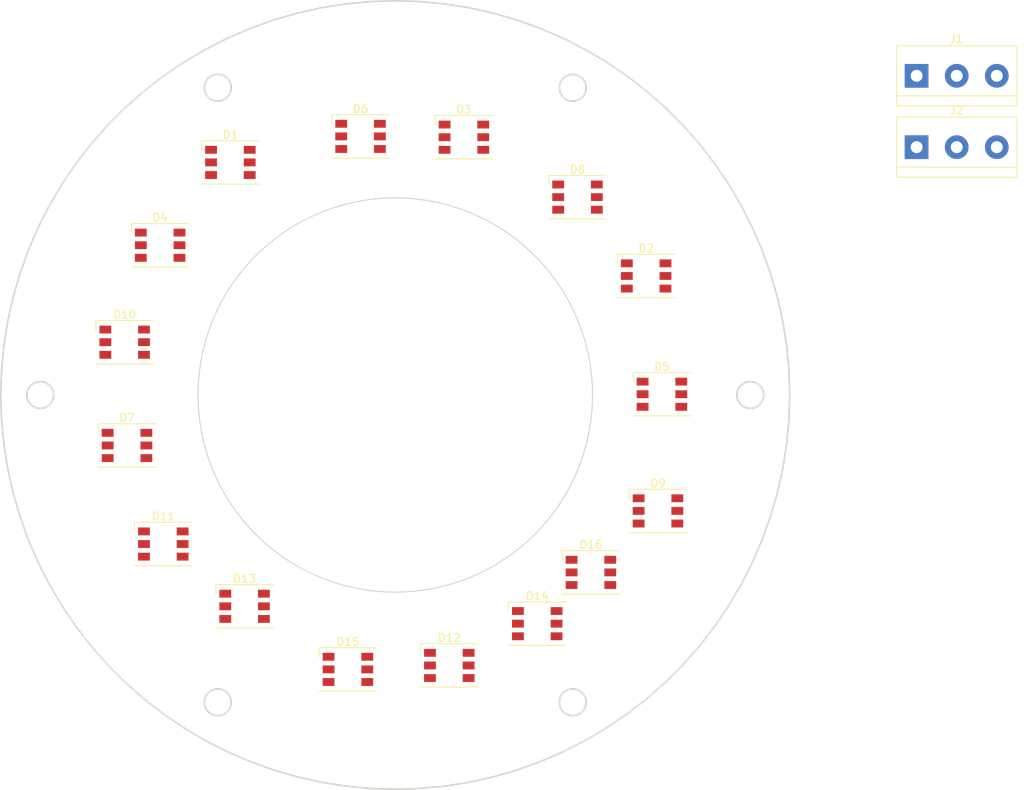
<source format=kicad_pcb>
(kicad_pcb (version 20171130) (host pcbnew 5.1.5+dfsg1-2build2)

  (general
    (thickness 1.6)
    (drawings 701)
    (tracks 0)
    (zones 0)
    (modules 18)
    (nets 103)
  )

  (page A4)
  (layers
    (0 F.Cu signal)
    (31 B.Cu signal)
    (32 B.Adhes user)
    (33 F.Adhes user)
    (34 B.Paste user)
    (35 F.Paste user)
    (36 B.SilkS user)
    (37 F.SilkS user)
    (38 B.Mask user)
    (39 F.Mask user)
    (40 Dwgs.User user)
    (41 Cmts.User user)
    (42 Eco1.User user)
    (43 Eco2.User user)
    (44 Edge.Cuts user)
    (45 Margin user)
    (46 B.CrtYd user)
    (47 F.CrtYd user)
    (48 B.Fab user)
    (49 F.Fab user)
  )

  (setup
    (last_trace_width 0.25)
    (trace_clearance 0.2)
    (zone_clearance 0.508)
    (zone_45_only no)
    (trace_min 0.2)
    (via_size 0.8)
    (via_drill 0.4)
    (via_min_size 0.4)
    (via_min_drill 0.3)
    (uvia_size 0.3)
    (uvia_drill 0.1)
    (uvias_allowed no)
    (uvia_min_size 0.2)
    (uvia_min_drill 0.1)
    (edge_width 0.05)
    (segment_width 0.2)
    (pcb_text_width 0.3)
    (pcb_text_size 1.5 1.5)
    (mod_edge_width 0.12)
    (mod_text_size 1 1)
    (mod_text_width 0.15)
    (pad_size 1.524 1.524)
    (pad_drill 0.762)
    (pad_to_mask_clearance 0.051)
    (solder_mask_min_width 0.25)
    (aux_axis_origin 0 0)
    (visible_elements FFFFFF7F)
    (pcbplotparams
      (layerselection 0x010fc_ffffffff)
      (usegerberextensions false)
      (usegerberattributes false)
      (usegerberadvancedattributes false)
      (creategerberjobfile false)
      (excludeedgelayer true)
      (linewidth 0.100000)
      (plotframeref false)
      (viasonmask false)
      (mode 1)
      (useauxorigin false)
      (hpglpennumber 1)
      (hpglpenspeed 20)
      (hpglpendiameter 15.000000)
      (psnegative false)
      (psa4output false)
      (plotreference true)
      (plotvalue true)
      (plotinvisibletext false)
      (padsonsilk false)
      (subtractmaskfromsilk false)
      (outputformat 1)
      (mirror false)
      (drillshape 1)
      (scaleselection 1)
      (outputdirectory ""))
  )

  (net 0 "")
  (net 1 "Net-(D1-Pad1)")
  (net 2 "Net-(D1-Pad2)")
  (net 3 "Net-(D1-Pad3)")
  (net 4 "Net-(D1-Pad6)")
  (net 5 "Net-(D1-Pad5)")
  (net 6 "Net-(D1-Pad4)")
  (net 7 "Net-(D2-Pad1)")
  (net 8 "Net-(D2-Pad2)")
  (net 9 "Net-(D2-Pad3)")
  (net 10 "Net-(D2-Pad6)")
  (net 11 "Net-(D2-Pad5)")
  (net 12 "Net-(D2-Pad4)")
  (net 13 "Net-(D3-Pad1)")
  (net 14 "Net-(D3-Pad2)")
  (net 15 "Net-(D3-Pad3)")
  (net 16 "Net-(D3-Pad6)")
  (net 17 "Net-(D3-Pad5)")
  (net 18 "Net-(D3-Pad4)")
  (net 19 "Net-(D4-Pad1)")
  (net 20 "Net-(D4-Pad2)")
  (net 21 "Net-(D4-Pad3)")
  (net 22 "Net-(D4-Pad6)")
  (net 23 "Net-(D4-Pad5)")
  (net 24 "Net-(D4-Pad4)")
  (net 25 "Net-(D5-Pad1)")
  (net 26 "Net-(D5-Pad2)")
  (net 27 "Net-(D5-Pad3)")
  (net 28 "Net-(D5-Pad6)")
  (net 29 "Net-(D5-Pad5)")
  (net 30 "Net-(D5-Pad4)")
  (net 31 "Net-(D6-Pad1)")
  (net 32 "Net-(D6-Pad2)")
  (net 33 "Net-(D6-Pad3)")
  (net 34 "Net-(D6-Pad6)")
  (net 35 "Net-(D6-Pad5)")
  (net 36 "Net-(D6-Pad4)")
  (net 37 "Net-(D7-Pad1)")
  (net 38 "Net-(D7-Pad2)")
  (net 39 "Net-(D7-Pad3)")
  (net 40 "Net-(D7-Pad6)")
  (net 41 "Net-(D7-Pad5)")
  (net 42 "Net-(D7-Pad4)")
  (net 43 "Net-(D8-Pad1)")
  (net 44 "Net-(D8-Pad2)")
  (net 45 "Net-(D8-Pad3)")
  (net 46 "Net-(D8-Pad6)")
  (net 47 "Net-(D8-Pad5)")
  (net 48 "Net-(D8-Pad4)")
  (net 49 "Net-(D9-Pad1)")
  (net 50 "Net-(D9-Pad2)")
  (net 51 "Net-(D9-Pad3)")
  (net 52 "Net-(D9-Pad6)")
  (net 53 "Net-(D9-Pad5)")
  (net 54 "Net-(D9-Pad4)")
  (net 55 "Net-(D10-Pad1)")
  (net 56 "Net-(D10-Pad2)")
  (net 57 "Net-(D10-Pad3)")
  (net 58 "Net-(D10-Pad6)")
  (net 59 "Net-(D10-Pad5)")
  (net 60 "Net-(D10-Pad4)")
  (net 61 "Net-(J1-Pad3)")
  (net 62 "Net-(J1-Pad2)")
  (net 63 "Net-(J1-Pad1)")
  (net 64 "Net-(J2-Pad3)")
  (net 65 "Net-(J2-Pad2)")
  (net 66 "Net-(J2-Pad1)")
  (net 67 "Net-(D11-Pad1)")
  (net 68 "Net-(D11-Pad2)")
  (net 69 "Net-(D11-Pad3)")
  (net 70 "Net-(D11-Pad6)")
  (net 71 "Net-(D11-Pad5)")
  (net 72 "Net-(D11-Pad4)")
  (net 73 "Net-(D12-Pad1)")
  (net 74 "Net-(D12-Pad2)")
  (net 75 "Net-(D12-Pad3)")
  (net 76 "Net-(D12-Pad6)")
  (net 77 "Net-(D12-Pad5)")
  (net 78 "Net-(D12-Pad4)")
  (net 79 "Net-(D13-Pad1)")
  (net 80 "Net-(D13-Pad2)")
  (net 81 "Net-(D13-Pad3)")
  (net 82 "Net-(D13-Pad6)")
  (net 83 "Net-(D13-Pad5)")
  (net 84 "Net-(D13-Pad4)")
  (net 85 "Net-(D14-Pad1)")
  (net 86 "Net-(D14-Pad2)")
  (net 87 "Net-(D14-Pad3)")
  (net 88 "Net-(D14-Pad6)")
  (net 89 "Net-(D14-Pad5)")
  (net 90 "Net-(D14-Pad4)")
  (net 91 "Net-(D15-Pad1)")
  (net 92 "Net-(D15-Pad2)")
  (net 93 "Net-(D15-Pad3)")
  (net 94 "Net-(D15-Pad6)")
  (net 95 "Net-(D15-Pad5)")
  (net 96 "Net-(D15-Pad4)")
  (net 97 "Net-(D16-Pad1)")
  (net 98 "Net-(D16-Pad2)")
  (net 99 "Net-(D16-Pad3)")
  (net 100 "Net-(D16-Pad6)")
  (net 101 "Net-(D16-Pad5)")
  (net 102 "Net-(D16-Pad4)")

  (net_class Default "This is the default net class."
    (clearance 0.2)
    (trace_width 0.25)
    (via_dia 0.8)
    (via_drill 0.4)
    (uvia_dia 0.3)
    (uvia_drill 0.1)
    (add_net "Net-(D1-Pad1)")
    (add_net "Net-(D1-Pad2)")
    (add_net "Net-(D1-Pad3)")
    (add_net "Net-(D1-Pad4)")
    (add_net "Net-(D1-Pad5)")
    (add_net "Net-(D1-Pad6)")
    (add_net "Net-(D10-Pad1)")
    (add_net "Net-(D10-Pad2)")
    (add_net "Net-(D10-Pad3)")
    (add_net "Net-(D10-Pad4)")
    (add_net "Net-(D10-Pad5)")
    (add_net "Net-(D10-Pad6)")
    (add_net "Net-(D11-Pad1)")
    (add_net "Net-(D11-Pad2)")
    (add_net "Net-(D11-Pad3)")
    (add_net "Net-(D11-Pad4)")
    (add_net "Net-(D11-Pad5)")
    (add_net "Net-(D11-Pad6)")
    (add_net "Net-(D12-Pad1)")
    (add_net "Net-(D12-Pad2)")
    (add_net "Net-(D12-Pad3)")
    (add_net "Net-(D12-Pad4)")
    (add_net "Net-(D12-Pad5)")
    (add_net "Net-(D12-Pad6)")
    (add_net "Net-(D13-Pad1)")
    (add_net "Net-(D13-Pad2)")
    (add_net "Net-(D13-Pad3)")
    (add_net "Net-(D13-Pad4)")
    (add_net "Net-(D13-Pad5)")
    (add_net "Net-(D13-Pad6)")
    (add_net "Net-(D14-Pad1)")
    (add_net "Net-(D14-Pad2)")
    (add_net "Net-(D14-Pad3)")
    (add_net "Net-(D14-Pad4)")
    (add_net "Net-(D14-Pad5)")
    (add_net "Net-(D14-Pad6)")
    (add_net "Net-(D15-Pad1)")
    (add_net "Net-(D15-Pad2)")
    (add_net "Net-(D15-Pad3)")
    (add_net "Net-(D15-Pad4)")
    (add_net "Net-(D15-Pad5)")
    (add_net "Net-(D15-Pad6)")
    (add_net "Net-(D16-Pad1)")
    (add_net "Net-(D16-Pad2)")
    (add_net "Net-(D16-Pad3)")
    (add_net "Net-(D16-Pad4)")
    (add_net "Net-(D16-Pad5)")
    (add_net "Net-(D16-Pad6)")
    (add_net "Net-(D2-Pad1)")
    (add_net "Net-(D2-Pad2)")
    (add_net "Net-(D2-Pad3)")
    (add_net "Net-(D2-Pad4)")
    (add_net "Net-(D2-Pad5)")
    (add_net "Net-(D2-Pad6)")
    (add_net "Net-(D3-Pad1)")
    (add_net "Net-(D3-Pad2)")
    (add_net "Net-(D3-Pad3)")
    (add_net "Net-(D3-Pad4)")
    (add_net "Net-(D3-Pad5)")
    (add_net "Net-(D3-Pad6)")
    (add_net "Net-(D4-Pad1)")
    (add_net "Net-(D4-Pad2)")
    (add_net "Net-(D4-Pad3)")
    (add_net "Net-(D4-Pad4)")
    (add_net "Net-(D4-Pad5)")
    (add_net "Net-(D4-Pad6)")
    (add_net "Net-(D5-Pad1)")
    (add_net "Net-(D5-Pad2)")
    (add_net "Net-(D5-Pad3)")
    (add_net "Net-(D5-Pad4)")
    (add_net "Net-(D5-Pad5)")
    (add_net "Net-(D5-Pad6)")
    (add_net "Net-(D6-Pad1)")
    (add_net "Net-(D6-Pad2)")
    (add_net "Net-(D6-Pad3)")
    (add_net "Net-(D6-Pad4)")
    (add_net "Net-(D6-Pad5)")
    (add_net "Net-(D6-Pad6)")
    (add_net "Net-(D7-Pad1)")
    (add_net "Net-(D7-Pad2)")
    (add_net "Net-(D7-Pad3)")
    (add_net "Net-(D7-Pad4)")
    (add_net "Net-(D7-Pad5)")
    (add_net "Net-(D7-Pad6)")
    (add_net "Net-(D8-Pad1)")
    (add_net "Net-(D8-Pad2)")
    (add_net "Net-(D8-Pad3)")
    (add_net "Net-(D8-Pad4)")
    (add_net "Net-(D8-Pad5)")
    (add_net "Net-(D8-Pad6)")
    (add_net "Net-(D9-Pad1)")
    (add_net "Net-(D9-Pad2)")
    (add_net "Net-(D9-Pad3)")
    (add_net "Net-(D9-Pad4)")
    (add_net "Net-(D9-Pad5)")
    (add_net "Net-(D9-Pad6)")
    (add_net "Net-(J1-Pad1)")
    (add_net "Net-(J1-Pad2)")
    (add_net "Net-(J1-Pad3)")
    (add_net "Net-(J2-Pad1)")
    (add_net "Net-(J2-Pad2)")
    (add_net "Net-(J2-Pad3)")
  )

  (module LED_SMD:LED_WS2812_PLCC6_5.0x5.0mm_P1.6mm (layer F.Cu) (tedit 5AA4B296) (tstamp 5E9BE916)
    (at 124.8 122.5)
    (descr https://cdn-shop.adafruit.com/datasheets/WS2812.pdf)
    (tags "LED RGB NeoPixel")
    (path /5E9C6EA0)
    (attr smd)
    (fp_text reference D16 (at 0 -3.5) (layer F.SilkS)
      (effects (font (size 1 1) (thickness 0.15)))
    )
    (fp_text value WS2813 (at 0 4) (layer F.Fab)
      (effects (font (size 1 1) (thickness 0.15)))
    )
    (fp_circle (center 0 0) (end 0 -2) (layer F.Fab) (width 0.1))
    (fp_line (start -3.65 -2.75) (end 3.65 -2.75) (layer F.SilkS) (width 0.12))
    (fp_line (start -3.65 -1.6) (end -3.65 -2.75) (layer F.SilkS) (width 0.12))
    (fp_line (start -3.65 2.75) (end 3.65 2.75) (layer F.SilkS) (width 0.12))
    (fp_line (start -2.5 2.5) (end -2.5 -2.5) (layer F.Fab) (width 0.1))
    (fp_line (start 2.5 2.5) (end -2.5 2.5) (layer F.Fab) (width 0.1))
    (fp_line (start 2.5 -2.5) (end 2.5 2.5) (layer F.Fab) (width 0.1))
    (fp_line (start -2.5 -2.5) (end 2.5 -2.5) (layer F.Fab) (width 0.1))
    (fp_line (start -2.5 -1.5) (end -1.5 -2.5) (layer F.Fab) (width 0.1))
    (fp_line (start -3.45 -2.75) (end -3.45 2.75) (layer F.CrtYd) (width 0.05))
    (fp_line (start -3.45 2.75) (end 3.45 2.75) (layer F.CrtYd) (width 0.05))
    (fp_line (start 3.45 2.75) (end 3.45 -2.75) (layer F.CrtYd) (width 0.05))
    (fp_line (start 3.45 -2.75) (end -3.45 -2.75) (layer F.CrtYd) (width 0.05))
    (fp_text user %R (at 0 0) (layer F.Fab)
      (effects (font (size 0.8 0.8) (thickness 0.15)))
    )
    (pad 1 smd rect (at -2.45 -1.6) (size 1.5 1) (layers F.Cu F.Paste F.Mask)
      (net 97 "Net-(D16-Pad1)"))
    (pad 2 smd rect (at -2.45 0) (size 1.5 1) (layers F.Cu F.Paste F.Mask)
      (net 98 "Net-(D16-Pad2)"))
    (pad 3 smd rect (at -2.45 1.6) (size 1.5 1) (layers F.Cu F.Paste F.Mask)
      (net 99 "Net-(D16-Pad3)"))
    (pad 6 smd rect (at 2.45 -1.6) (size 1.5 1) (layers F.Cu F.Paste F.Mask)
      (net 100 "Net-(D16-Pad6)"))
    (pad 5 smd rect (at 2.45 0) (size 1.5 1) (layers F.Cu F.Paste F.Mask)
      (net 101 "Net-(D16-Pad5)"))
    (pad 4 smd rect (at 2.45 1.6) (size 1.5 1) (layers F.Cu F.Paste F.Mask)
      (net 102 "Net-(D16-Pad4)"))
    (model ${KISYS3DMOD}/LED_SMD.3dshapes/LED_WS2812_PLCC6_5.0x5.0mm_P1.6mm.wrl
      (at (xyz 0 0 0))
      (scale (xyz 1 1 1))
      (rotate (xyz 0 0 0))
    )
  )

  (module LED_SMD:LED_WS2812_PLCC6_5.0x5.0mm_P1.6mm (layer F.Cu) (tedit 5AA4B296) (tstamp 5E9BEA9A)
    (at 94 134.8)
    (descr https://cdn-shop.adafruit.com/datasheets/WS2812.pdf)
    (tags "LED RGB NeoPixel")
    (path /5E9C6E96)
    (attr smd)
    (fp_text reference D15 (at 0 -3.5) (layer F.SilkS)
      (effects (font (size 1 1) (thickness 0.15)))
    )
    (fp_text value WS2813 (at 0 4) (layer F.Fab)
      (effects (font (size 1 1) (thickness 0.15)))
    )
    (fp_circle (center 0 0) (end 0 -2) (layer F.Fab) (width 0.1))
    (fp_line (start -3.65 -2.75) (end 3.65 -2.75) (layer F.SilkS) (width 0.12))
    (fp_line (start -3.65 -1.6) (end -3.65 -2.75) (layer F.SilkS) (width 0.12))
    (fp_line (start -3.65 2.75) (end 3.65 2.75) (layer F.SilkS) (width 0.12))
    (fp_line (start -2.5 2.5) (end -2.5 -2.5) (layer F.Fab) (width 0.1))
    (fp_line (start 2.5 2.5) (end -2.5 2.5) (layer F.Fab) (width 0.1))
    (fp_line (start 2.5 -2.5) (end 2.5 2.5) (layer F.Fab) (width 0.1))
    (fp_line (start -2.5 -2.5) (end 2.5 -2.5) (layer F.Fab) (width 0.1))
    (fp_line (start -2.5 -1.5) (end -1.5 -2.5) (layer F.Fab) (width 0.1))
    (fp_line (start -3.45 -2.75) (end -3.45 2.75) (layer F.CrtYd) (width 0.05))
    (fp_line (start -3.45 2.75) (end 3.45 2.75) (layer F.CrtYd) (width 0.05))
    (fp_line (start 3.45 2.75) (end 3.45 -2.75) (layer F.CrtYd) (width 0.05))
    (fp_line (start 3.45 -2.75) (end -3.45 -2.75) (layer F.CrtYd) (width 0.05))
    (fp_text user %R (at 0 0) (layer F.Fab)
      (effects (font (size 0.8 0.8) (thickness 0.15)))
    )
    (pad 1 smd rect (at -2.45 -1.6) (size 1.5 1) (layers F.Cu F.Paste F.Mask)
      (net 91 "Net-(D15-Pad1)"))
    (pad 2 smd rect (at -2.45 0) (size 1.5 1) (layers F.Cu F.Paste F.Mask)
      (net 92 "Net-(D15-Pad2)"))
    (pad 3 smd rect (at -2.45 1.6) (size 1.5 1) (layers F.Cu F.Paste F.Mask)
      (net 93 "Net-(D15-Pad3)"))
    (pad 6 smd rect (at 2.45 -1.6) (size 1.5 1) (layers F.Cu F.Paste F.Mask)
      (net 94 "Net-(D15-Pad6)"))
    (pad 5 smd rect (at 2.45 0) (size 1.5 1) (layers F.Cu F.Paste F.Mask)
      (net 95 "Net-(D15-Pad5)"))
    (pad 4 smd rect (at 2.45 1.6) (size 1.5 1) (layers F.Cu F.Paste F.Mask)
      (net 96 "Net-(D15-Pad4)"))
    (model ${KISYS3DMOD}/LED_SMD.3dshapes/LED_WS2812_PLCC6_5.0x5.0mm_P1.6mm.wrl
      (at (xyz 0 0 0))
      (scale (xyz 1 1 1))
      (rotate (xyz 0 0 0))
    )
  )

  (module LED_SMD:LED_WS2812_PLCC6_5.0x5.0mm_P1.6mm (layer F.Cu) (tedit 5AA4B296) (tstamp 5E9BE8E6)
    (at 118 129)
    (descr https://cdn-shop.adafruit.com/datasheets/WS2812.pdf)
    (tags "LED RGB NeoPixel")
    (path /5E9C6E8C)
    (attr smd)
    (fp_text reference D14 (at 0 -3.5) (layer F.SilkS)
      (effects (font (size 1 1) (thickness 0.15)))
    )
    (fp_text value WS2813 (at 0 4) (layer F.Fab)
      (effects (font (size 1 1) (thickness 0.15)))
    )
    (fp_circle (center 0 0) (end 0 -2) (layer F.Fab) (width 0.1))
    (fp_line (start -3.65 -2.75) (end 3.65 -2.75) (layer F.SilkS) (width 0.12))
    (fp_line (start -3.65 -1.6) (end -3.65 -2.75) (layer F.SilkS) (width 0.12))
    (fp_line (start -3.65 2.75) (end 3.65 2.75) (layer F.SilkS) (width 0.12))
    (fp_line (start -2.5 2.5) (end -2.5 -2.5) (layer F.Fab) (width 0.1))
    (fp_line (start 2.5 2.5) (end -2.5 2.5) (layer F.Fab) (width 0.1))
    (fp_line (start 2.5 -2.5) (end 2.5 2.5) (layer F.Fab) (width 0.1))
    (fp_line (start -2.5 -2.5) (end 2.5 -2.5) (layer F.Fab) (width 0.1))
    (fp_line (start -2.5 -1.5) (end -1.5 -2.5) (layer F.Fab) (width 0.1))
    (fp_line (start -3.45 -2.75) (end -3.45 2.75) (layer F.CrtYd) (width 0.05))
    (fp_line (start -3.45 2.75) (end 3.45 2.75) (layer F.CrtYd) (width 0.05))
    (fp_line (start 3.45 2.75) (end 3.45 -2.75) (layer F.CrtYd) (width 0.05))
    (fp_line (start 3.45 -2.75) (end -3.45 -2.75) (layer F.CrtYd) (width 0.05))
    (fp_text user %R (at 0 0) (layer F.Fab)
      (effects (font (size 0.8 0.8) (thickness 0.15)))
    )
    (pad 1 smd rect (at -2.45 -1.6) (size 1.5 1) (layers F.Cu F.Paste F.Mask)
      (net 85 "Net-(D14-Pad1)"))
    (pad 2 smd rect (at -2.45 0) (size 1.5 1) (layers F.Cu F.Paste F.Mask)
      (net 86 "Net-(D14-Pad2)"))
    (pad 3 smd rect (at -2.45 1.6) (size 1.5 1) (layers F.Cu F.Paste F.Mask)
      (net 87 "Net-(D14-Pad3)"))
    (pad 6 smd rect (at 2.45 -1.6) (size 1.5 1) (layers F.Cu F.Paste F.Mask)
      (net 88 "Net-(D14-Pad6)"))
    (pad 5 smd rect (at 2.45 0) (size 1.5 1) (layers F.Cu F.Paste F.Mask)
      (net 89 "Net-(D14-Pad5)"))
    (pad 4 smd rect (at 2.45 1.6) (size 1.5 1) (layers F.Cu F.Paste F.Mask)
      (net 90 "Net-(D14-Pad4)"))
    (model ${KISYS3DMOD}/LED_SMD.3dshapes/LED_WS2812_PLCC6_5.0x5.0mm_P1.6mm.wrl
      (at (xyz 0 0 0))
      (scale (xyz 1 1 1))
      (rotate (xyz 0 0 0))
    )
  )

  (module LED_SMD:LED_WS2812_PLCC6_5.0x5.0mm_P1.6mm (layer F.Cu) (tedit 5AA4B296) (tstamp 5E9BE8CE)
    (at 80.9 126.8)
    (descr https://cdn-shop.adafruit.com/datasheets/WS2812.pdf)
    (tags "LED RGB NeoPixel")
    (path /5E9C6E6E)
    (attr smd)
    (fp_text reference D13 (at 0 -3.5) (layer F.SilkS)
      (effects (font (size 1 1) (thickness 0.15)))
    )
    (fp_text value WS2813 (at 0 4) (layer F.Fab)
      (effects (font (size 1 1) (thickness 0.15)))
    )
    (fp_circle (center 0 0) (end 0 -2) (layer F.Fab) (width 0.1))
    (fp_line (start -3.65 -2.75) (end 3.65 -2.75) (layer F.SilkS) (width 0.12))
    (fp_line (start -3.65 -1.6) (end -3.65 -2.75) (layer F.SilkS) (width 0.12))
    (fp_line (start -3.65 2.75) (end 3.65 2.75) (layer F.SilkS) (width 0.12))
    (fp_line (start -2.5 2.5) (end -2.5 -2.5) (layer F.Fab) (width 0.1))
    (fp_line (start 2.5 2.5) (end -2.5 2.5) (layer F.Fab) (width 0.1))
    (fp_line (start 2.5 -2.5) (end 2.5 2.5) (layer F.Fab) (width 0.1))
    (fp_line (start -2.5 -2.5) (end 2.5 -2.5) (layer F.Fab) (width 0.1))
    (fp_line (start -2.5 -1.5) (end -1.5 -2.5) (layer F.Fab) (width 0.1))
    (fp_line (start -3.45 -2.75) (end -3.45 2.75) (layer F.CrtYd) (width 0.05))
    (fp_line (start -3.45 2.75) (end 3.45 2.75) (layer F.CrtYd) (width 0.05))
    (fp_line (start 3.45 2.75) (end 3.45 -2.75) (layer F.CrtYd) (width 0.05))
    (fp_line (start 3.45 -2.75) (end -3.45 -2.75) (layer F.CrtYd) (width 0.05))
    (fp_text user %R (at 0 0) (layer F.Fab)
      (effects (font (size 0.8 0.8) (thickness 0.15)))
    )
    (pad 1 smd rect (at -2.45 -1.6) (size 1.5 1) (layers F.Cu F.Paste F.Mask)
      (net 79 "Net-(D13-Pad1)"))
    (pad 2 smd rect (at -2.45 0) (size 1.5 1) (layers F.Cu F.Paste F.Mask)
      (net 80 "Net-(D13-Pad2)"))
    (pad 3 smd rect (at -2.45 1.6) (size 1.5 1) (layers F.Cu F.Paste F.Mask)
      (net 81 "Net-(D13-Pad3)"))
    (pad 6 smd rect (at 2.45 -1.6) (size 1.5 1) (layers F.Cu F.Paste F.Mask)
      (net 82 "Net-(D13-Pad6)"))
    (pad 5 smd rect (at 2.45 0) (size 1.5 1) (layers F.Cu F.Paste F.Mask)
      (net 83 "Net-(D13-Pad5)"))
    (pad 4 smd rect (at 2.45 1.6) (size 1.5 1) (layers F.Cu F.Paste F.Mask)
      (net 84 "Net-(D13-Pad4)"))
    (model ${KISYS3DMOD}/LED_SMD.3dshapes/LED_WS2812_PLCC6_5.0x5.0mm_P1.6mm.wrl
      (at (xyz 0 0 0))
      (scale (xyz 1 1 1))
      (rotate (xyz 0 0 0))
    )
  )

  (module LED_SMD:LED_WS2812_PLCC6_5.0x5.0mm_P1.6mm (layer F.Cu) (tedit 5AA4B296) (tstamp 5E9BE8B6)
    (at 106.85 134.3)
    (descr https://cdn-shop.adafruit.com/datasheets/WS2812.pdf)
    (tags "LED RGB NeoPixel")
    (path /5E9C6E78)
    (attr smd)
    (fp_text reference D12 (at 0 -3.5) (layer F.SilkS)
      (effects (font (size 1 1) (thickness 0.15)))
    )
    (fp_text value WS2813 (at 0 4) (layer F.Fab)
      (effects (font (size 1 1) (thickness 0.15)))
    )
    (fp_circle (center 0 0) (end 0 -2) (layer F.Fab) (width 0.1))
    (fp_line (start -3.65 -2.75) (end 3.65 -2.75) (layer F.SilkS) (width 0.12))
    (fp_line (start -3.65 -1.6) (end -3.65 -2.75) (layer F.SilkS) (width 0.12))
    (fp_line (start -3.65 2.75) (end 3.65 2.75) (layer F.SilkS) (width 0.12))
    (fp_line (start -2.5 2.5) (end -2.5 -2.5) (layer F.Fab) (width 0.1))
    (fp_line (start 2.5 2.5) (end -2.5 2.5) (layer F.Fab) (width 0.1))
    (fp_line (start 2.5 -2.5) (end 2.5 2.5) (layer F.Fab) (width 0.1))
    (fp_line (start -2.5 -2.5) (end 2.5 -2.5) (layer F.Fab) (width 0.1))
    (fp_line (start -2.5 -1.5) (end -1.5 -2.5) (layer F.Fab) (width 0.1))
    (fp_line (start -3.45 -2.75) (end -3.45 2.75) (layer F.CrtYd) (width 0.05))
    (fp_line (start -3.45 2.75) (end 3.45 2.75) (layer F.CrtYd) (width 0.05))
    (fp_line (start 3.45 2.75) (end 3.45 -2.75) (layer F.CrtYd) (width 0.05))
    (fp_line (start 3.45 -2.75) (end -3.45 -2.75) (layer F.CrtYd) (width 0.05))
    (fp_text user %R (at 0 0) (layer F.Fab)
      (effects (font (size 0.8 0.8) (thickness 0.15)))
    )
    (pad 1 smd rect (at -2.45 -1.6) (size 1.5 1) (layers F.Cu F.Paste F.Mask)
      (net 73 "Net-(D12-Pad1)"))
    (pad 2 smd rect (at -2.45 0) (size 1.5 1) (layers F.Cu F.Paste F.Mask)
      (net 74 "Net-(D12-Pad2)"))
    (pad 3 smd rect (at -2.45 1.6) (size 1.5 1) (layers F.Cu F.Paste F.Mask)
      (net 75 "Net-(D12-Pad3)"))
    (pad 6 smd rect (at 2.45 -1.6) (size 1.5 1) (layers F.Cu F.Paste F.Mask)
      (net 76 "Net-(D12-Pad6)"))
    (pad 5 smd rect (at 2.45 0) (size 1.5 1) (layers F.Cu F.Paste F.Mask)
      (net 77 "Net-(D12-Pad5)"))
    (pad 4 smd rect (at 2.45 1.6) (size 1.5 1) (layers F.Cu F.Paste F.Mask)
      (net 78 "Net-(D12-Pad4)"))
    (model ${KISYS3DMOD}/LED_SMD.3dshapes/LED_WS2812_PLCC6_5.0x5.0mm_P1.6mm.wrl
      (at (xyz 0 0 0))
      (scale (xyz 1 1 1))
      (rotate (xyz 0 0 0))
    )
  )

  (module LED_SMD:LED_WS2812_PLCC6_5.0x5.0mm_P1.6mm (layer F.Cu) (tedit 5AA4B296) (tstamp 5E9BE89E)
    (at 70.6 118.9)
    (descr https://cdn-shop.adafruit.com/datasheets/WS2812.pdf)
    (tags "LED RGB NeoPixel")
    (path /5E9C6E82)
    (attr smd)
    (fp_text reference D11 (at 0 -3.5) (layer F.SilkS)
      (effects (font (size 1 1) (thickness 0.15)))
    )
    (fp_text value WS2813 (at 0 4) (layer F.Fab)
      (effects (font (size 1 1) (thickness 0.15)))
    )
    (fp_circle (center 0 0) (end 0 -2) (layer F.Fab) (width 0.1))
    (fp_line (start -3.65 -2.75) (end 3.65 -2.75) (layer F.SilkS) (width 0.12))
    (fp_line (start -3.65 -1.6) (end -3.65 -2.75) (layer F.SilkS) (width 0.12))
    (fp_line (start -3.65 2.75) (end 3.65 2.75) (layer F.SilkS) (width 0.12))
    (fp_line (start -2.5 2.5) (end -2.5 -2.5) (layer F.Fab) (width 0.1))
    (fp_line (start 2.5 2.5) (end -2.5 2.5) (layer F.Fab) (width 0.1))
    (fp_line (start 2.5 -2.5) (end 2.5 2.5) (layer F.Fab) (width 0.1))
    (fp_line (start -2.5 -2.5) (end 2.5 -2.5) (layer F.Fab) (width 0.1))
    (fp_line (start -2.5 -1.5) (end -1.5 -2.5) (layer F.Fab) (width 0.1))
    (fp_line (start -3.45 -2.75) (end -3.45 2.75) (layer F.CrtYd) (width 0.05))
    (fp_line (start -3.45 2.75) (end 3.45 2.75) (layer F.CrtYd) (width 0.05))
    (fp_line (start 3.45 2.75) (end 3.45 -2.75) (layer F.CrtYd) (width 0.05))
    (fp_line (start 3.45 -2.75) (end -3.45 -2.75) (layer F.CrtYd) (width 0.05))
    (fp_text user %R (at 0 0) (layer F.Fab)
      (effects (font (size 0.8 0.8) (thickness 0.15)))
    )
    (pad 1 smd rect (at -2.45 -1.6) (size 1.5 1) (layers F.Cu F.Paste F.Mask)
      (net 67 "Net-(D11-Pad1)"))
    (pad 2 smd rect (at -2.45 0) (size 1.5 1) (layers F.Cu F.Paste F.Mask)
      (net 68 "Net-(D11-Pad2)"))
    (pad 3 smd rect (at -2.45 1.6) (size 1.5 1) (layers F.Cu F.Paste F.Mask)
      (net 69 "Net-(D11-Pad3)"))
    (pad 6 smd rect (at 2.45 -1.6) (size 1.5 1) (layers F.Cu F.Paste F.Mask)
      (net 70 "Net-(D11-Pad6)"))
    (pad 5 smd rect (at 2.45 0) (size 1.5 1) (layers F.Cu F.Paste F.Mask)
      (net 71 "Net-(D11-Pad5)"))
    (pad 4 smd rect (at 2.45 1.6) (size 1.5 1) (layers F.Cu F.Paste F.Mask)
      (net 72 "Net-(D11-Pad4)"))
    (model ${KISYS3DMOD}/LED_SMD.3dshapes/LED_WS2812_PLCC6_5.0x5.0mm_P1.6mm.wrl
      (at (xyz 0 0 0))
      (scale (xyz 1 1 1))
      (rotate (xyz 0 0 0))
    )
  )

  (module TerminalBlock:TerminalBlock_bornier-3_P5.08mm (layer F.Cu) (tedit 59FF03B9) (tstamp 5E9BE03E)
    (at 166.085 68.565)
    (descr "simple 3-pin terminal block, pitch 5.08mm, revamped version of bornier3")
    (tags "terminal block bornier3")
    (path /5E9B95DC)
    (fp_text reference J2 (at 5.05 -4.65) (layer F.SilkS)
      (effects (font (size 1 1) (thickness 0.15)))
    )
    (fp_text value Screw_Terminal_01x03 (at 5.08 5.08) (layer F.Fab)
      (effects (font (size 1 1) (thickness 0.15)))
    )
    (fp_line (start 12.88 4) (end -2.72 4) (layer F.CrtYd) (width 0.05))
    (fp_line (start 12.88 4) (end 12.88 -4) (layer F.CrtYd) (width 0.05))
    (fp_line (start -2.72 -4) (end -2.72 4) (layer F.CrtYd) (width 0.05))
    (fp_line (start -2.72 -4) (end 12.88 -4) (layer F.CrtYd) (width 0.05))
    (fp_line (start -2.54 3.81) (end 12.7 3.81) (layer F.SilkS) (width 0.12))
    (fp_line (start -2.54 -3.81) (end 12.7 -3.81) (layer F.SilkS) (width 0.12))
    (fp_line (start -2.54 2.54) (end 12.7 2.54) (layer F.SilkS) (width 0.12))
    (fp_line (start 12.7 3.81) (end 12.7 -3.81) (layer F.SilkS) (width 0.12))
    (fp_line (start -2.54 3.81) (end -2.54 -3.81) (layer F.SilkS) (width 0.12))
    (fp_line (start -2.47 3.75) (end -2.47 -3.75) (layer F.Fab) (width 0.1))
    (fp_line (start 12.63 3.75) (end -2.47 3.75) (layer F.Fab) (width 0.1))
    (fp_line (start 12.63 -3.75) (end 12.63 3.75) (layer F.Fab) (width 0.1))
    (fp_line (start -2.47 -3.75) (end 12.63 -3.75) (layer F.Fab) (width 0.1))
    (fp_line (start -2.47 2.55) (end 12.63 2.55) (layer F.Fab) (width 0.1))
    (fp_text user %R (at 5.08 0) (layer F.Fab)
      (effects (font (size 1 1) (thickness 0.15)))
    )
    (pad 3 thru_hole circle (at 10.16 0) (size 3 3) (drill 1.52) (layers *.Cu *.Mask)
      (net 64 "Net-(J2-Pad3)"))
    (pad 2 thru_hole circle (at 5.08 0) (size 3 3) (drill 1.52) (layers *.Cu *.Mask)
      (net 65 "Net-(J2-Pad2)"))
    (pad 1 thru_hole rect (at 0 0) (size 3 3) (drill 1.52) (layers *.Cu *.Mask)
      (net 66 "Net-(J2-Pad1)"))
    (model ${KISYS3DMOD}/TerminalBlock.3dshapes/TerminalBlock_bornier-3_P5.08mm.wrl
      (offset (xyz 5.079999923706055 0 0))
      (scale (xyz 1 1 1))
      (rotate (xyz 0 0 0))
    )
  )

  (module TerminalBlock:TerminalBlock_bornier-3_P5.08mm (layer F.Cu) (tedit 59FF03B9) (tstamp 5E9BE028)
    (at 166.085 59.515)
    (descr "simple 3-pin terminal block, pitch 5.08mm, revamped version of bornier3")
    (tags "terminal block bornier3")
    (path /5E9B929C)
    (fp_text reference J1 (at 5.05 -4.65) (layer F.SilkS)
      (effects (font (size 1 1) (thickness 0.15)))
    )
    (fp_text value Screw_Terminal_01x03 (at 5.08 5.08) (layer F.Fab)
      (effects (font (size 1 1) (thickness 0.15)))
    )
    (fp_line (start 12.88 4) (end -2.72 4) (layer F.CrtYd) (width 0.05))
    (fp_line (start 12.88 4) (end 12.88 -4) (layer F.CrtYd) (width 0.05))
    (fp_line (start -2.72 -4) (end -2.72 4) (layer F.CrtYd) (width 0.05))
    (fp_line (start -2.72 -4) (end 12.88 -4) (layer F.CrtYd) (width 0.05))
    (fp_line (start -2.54 3.81) (end 12.7 3.81) (layer F.SilkS) (width 0.12))
    (fp_line (start -2.54 -3.81) (end 12.7 -3.81) (layer F.SilkS) (width 0.12))
    (fp_line (start -2.54 2.54) (end 12.7 2.54) (layer F.SilkS) (width 0.12))
    (fp_line (start 12.7 3.81) (end 12.7 -3.81) (layer F.SilkS) (width 0.12))
    (fp_line (start -2.54 3.81) (end -2.54 -3.81) (layer F.SilkS) (width 0.12))
    (fp_line (start -2.47 3.75) (end -2.47 -3.75) (layer F.Fab) (width 0.1))
    (fp_line (start 12.63 3.75) (end -2.47 3.75) (layer F.Fab) (width 0.1))
    (fp_line (start 12.63 -3.75) (end 12.63 3.75) (layer F.Fab) (width 0.1))
    (fp_line (start -2.47 -3.75) (end 12.63 -3.75) (layer F.Fab) (width 0.1))
    (fp_line (start -2.47 2.55) (end 12.63 2.55) (layer F.Fab) (width 0.1))
    (fp_text user %R (at 5.08 0) (layer F.Fab)
      (effects (font (size 1 1) (thickness 0.15)))
    )
    (pad 3 thru_hole circle (at 10.16 0) (size 3 3) (drill 1.52) (layers *.Cu *.Mask)
      (net 61 "Net-(J1-Pad3)"))
    (pad 2 thru_hole circle (at 5.08 0) (size 3 3) (drill 1.52) (layers *.Cu *.Mask)
      (net 62 "Net-(J1-Pad2)"))
    (pad 1 thru_hole rect (at 0 0) (size 3 3) (drill 1.52) (layers *.Cu *.Mask)
      (net 63 "Net-(J1-Pad1)"))
    (model ${KISYS3DMOD}/TerminalBlock.3dshapes/TerminalBlock_bornier-3_P5.08mm.wrl
      (offset (xyz 5.079999923706055 0 0))
      (scale (xyz 1 1 1))
      (rotate (xyz 0 0 0))
    )
  )

  (module LED_SMD:LED_WS2812_PLCC6_5.0x5.0mm_P1.6mm (layer F.Cu) (tedit 5AA4B296) (tstamp 5E9BE012)
    (at 65.7 93.3)
    (descr https://cdn-shop.adafruit.com/datasheets/WS2812.pdf)
    (tags "LED RGB NeoPixel")
    (path /5E9BD2E0)
    (attr smd)
    (fp_text reference D10 (at 0 -3.5) (layer F.SilkS)
      (effects (font (size 1 1) (thickness 0.15)))
    )
    (fp_text value WS2813 (at 0 4) (layer F.Fab)
      (effects (font (size 1 1) (thickness 0.15)))
    )
    (fp_circle (center 0 0) (end 0 -2) (layer F.Fab) (width 0.1))
    (fp_line (start -3.65 -2.75) (end 3.65 -2.75) (layer F.SilkS) (width 0.12))
    (fp_line (start -3.65 -1.6) (end -3.65 -2.75) (layer F.SilkS) (width 0.12))
    (fp_line (start -3.65 2.75) (end 3.65 2.75) (layer F.SilkS) (width 0.12))
    (fp_line (start -2.5 2.5) (end -2.5 -2.5) (layer F.Fab) (width 0.1))
    (fp_line (start 2.5 2.5) (end -2.5 2.5) (layer F.Fab) (width 0.1))
    (fp_line (start 2.5 -2.5) (end 2.5 2.5) (layer F.Fab) (width 0.1))
    (fp_line (start -2.5 -2.5) (end 2.5 -2.5) (layer F.Fab) (width 0.1))
    (fp_line (start -2.5 -1.5) (end -1.5 -2.5) (layer F.Fab) (width 0.1))
    (fp_line (start -3.45 -2.75) (end -3.45 2.75) (layer F.CrtYd) (width 0.05))
    (fp_line (start -3.45 2.75) (end 3.45 2.75) (layer F.CrtYd) (width 0.05))
    (fp_line (start 3.45 2.75) (end 3.45 -2.75) (layer F.CrtYd) (width 0.05))
    (fp_line (start 3.45 -2.75) (end -3.45 -2.75) (layer F.CrtYd) (width 0.05))
    (fp_text user %R (at 0 0) (layer F.Fab)
      (effects (font (size 0.8 0.8) (thickness 0.15)))
    )
    (pad 1 smd rect (at -2.45 -1.6) (size 1.5 1) (layers F.Cu F.Paste F.Mask)
      (net 55 "Net-(D10-Pad1)"))
    (pad 2 smd rect (at -2.45 0) (size 1.5 1) (layers F.Cu F.Paste F.Mask)
      (net 56 "Net-(D10-Pad2)"))
    (pad 3 smd rect (at -2.45 1.6) (size 1.5 1) (layers F.Cu F.Paste F.Mask)
      (net 57 "Net-(D10-Pad3)"))
    (pad 6 smd rect (at 2.45 -1.6) (size 1.5 1) (layers F.Cu F.Paste F.Mask)
      (net 58 "Net-(D10-Pad6)"))
    (pad 5 smd rect (at 2.45 0) (size 1.5 1) (layers F.Cu F.Paste F.Mask)
      (net 59 "Net-(D10-Pad5)"))
    (pad 4 smd rect (at 2.45 1.6) (size 1.5 1) (layers F.Cu F.Paste F.Mask)
      (net 60 "Net-(D10-Pad4)"))
    (model ${KISYS3DMOD}/LED_SMD.3dshapes/LED_WS2812_PLCC6_5.0x5.0mm_P1.6mm.wrl
      (at (xyz 0 0 0))
      (scale (xyz 1 1 1))
      (rotate (xyz 0 0 0))
    )
  )

  (module LED_SMD:LED_WS2812_PLCC6_5.0x5.0mm_P1.6mm (layer F.Cu) (tedit 5AA4B296) (tstamp 5E9BE196)
    (at 133.3 114.7)
    (descr https://cdn-shop.adafruit.com/datasheets/WS2812.pdf)
    (tags "LED RGB NeoPixel")
    (path /5E9BCF94)
    (attr smd)
    (fp_text reference D9 (at 0 -3.5) (layer F.SilkS)
      (effects (font (size 1 1) (thickness 0.15)))
    )
    (fp_text value WS2813 (at 0 4) (layer F.Fab)
      (effects (font (size 1 1) (thickness 0.15)))
    )
    (fp_circle (center 0 0) (end 0 -2) (layer F.Fab) (width 0.1))
    (fp_line (start -3.65 -2.75) (end 3.65 -2.75) (layer F.SilkS) (width 0.12))
    (fp_line (start -3.65 -1.6) (end -3.65 -2.75) (layer F.SilkS) (width 0.12))
    (fp_line (start -3.65 2.75) (end 3.65 2.75) (layer F.SilkS) (width 0.12))
    (fp_line (start -2.5 2.5) (end -2.5 -2.5) (layer F.Fab) (width 0.1))
    (fp_line (start 2.5 2.5) (end -2.5 2.5) (layer F.Fab) (width 0.1))
    (fp_line (start 2.5 -2.5) (end 2.5 2.5) (layer F.Fab) (width 0.1))
    (fp_line (start -2.5 -2.5) (end 2.5 -2.5) (layer F.Fab) (width 0.1))
    (fp_line (start -2.5 -1.5) (end -1.5 -2.5) (layer F.Fab) (width 0.1))
    (fp_line (start -3.45 -2.75) (end -3.45 2.75) (layer F.CrtYd) (width 0.05))
    (fp_line (start -3.45 2.75) (end 3.45 2.75) (layer F.CrtYd) (width 0.05))
    (fp_line (start 3.45 2.75) (end 3.45 -2.75) (layer F.CrtYd) (width 0.05))
    (fp_line (start 3.45 -2.75) (end -3.45 -2.75) (layer F.CrtYd) (width 0.05))
    (fp_text user %R (at 0 0) (layer F.Fab)
      (effects (font (size 0.8 0.8) (thickness 0.15)))
    )
    (pad 1 smd rect (at -2.45 -1.6) (size 1.5 1) (layers F.Cu F.Paste F.Mask)
      (net 49 "Net-(D9-Pad1)"))
    (pad 2 smd rect (at -2.45 0) (size 1.5 1) (layers F.Cu F.Paste F.Mask)
      (net 50 "Net-(D9-Pad2)"))
    (pad 3 smd rect (at -2.45 1.6) (size 1.5 1) (layers F.Cu F.Paste F.Mask)
      (net 51 "Net-(D9-Pad3)"))
    (pad 6 smd rect (at 2.45 -1.6) (size 1.5 1) (layers F.Cu F.Paste F.Mask)
      (net 52 "Net-(D9-Pad6)"))
    (pad 5 smd rect (at 2.45 0) (size 1.5 1) (layers F.Cu F.Paste F.Mask)
      (net 53 "Net-(D9-Pad5)"))
    (pad 4 smd rect (at 2.45 1.6) (size 1.5 1) (layers F.Cu F.Paste F.Mask)
      (net 54 "Net-(D9-Pad4)"))
    (model ${KISYS3DMOD}/LED_SMD.3dshapes/LED_WS2812_PLCC6_5.0x5.0mm_P1.6mm.wrl
      (at (xyz 0 0 0))
      (scale (xyz 1 1 1))
      (rotate (xyz 0 0 0))
    )
  )

  (module LED_SMD:LED_WS2812_PLCC6_5.0x5.0mm_P1.6mm (layer F.Cu) (tedit 5AA4B296) (tstamp 5E9BDFE2)
    (at 123.1 74.9)
    (descr https://cdn-shop.adafruit.com/datasheets/WS2812.pdf)
    (tags "LED RGB NeoPixel")
    (path /5E9BCC9F)
    (attr smd)
    (fp_text reference D8 (at 0 -3.5) (layer F.SilkS)
      (effects (font (size 1 1) (thickness 0.15)))
    )
    (fp_text value WS2813 (at 0 4) (layer F.Fab)
      (effects (font (size 1 1) (thickness 0.15)))
    )
    (fp_circle (center 0 0) (end 0 -2) (layer F.Fab) (width 0.1))
    (fp_line (start -3.65 -2.75) (end 3.65 -2.75) (layer F.SilkS) (width 0.12))
    (fp_line (start -3.65 -1.6) (end -3.65 -2.75) (layer F.SilkS) (width 0.12))
    (fp_line (start -3.65 2.75) (end 3.65 2.75) (layer F.SilkS) (width 0.12))
    (fp_line (start -2.5 2.5) (end -2.5 -2.5) (layer F.Fab) (width 0.1))
    (fp_line (start 2.5 2.5) (end -2.5 2.5) (layer F.Fab) (width 0.1))
    (fp_line (start 2.5 -2.5) (end 2.5 2.5) (layer F.Fab) (width 0.1))
    (fp_line (start -2.5 -2.5) (end 2.5 -2.5) (layer F.Fab) (width 0.1))
    (fp_line (start -2.5 -1.5) (end -1.5 -2.5) (layer F.Fab) (width 0.1))
    (fp_line (start -3.45 -2.75) (end -3.45 2.75) (layer F.CrtYd) (width 0.05))
    (fp_line (start -3.45 2.75) (end 3.45 2.75) (layer F.CrtYd) (width 0.05))
    (fp_line (start 3.45 2.75) (end 3.45 -2.75) (layer F.CrtYd) (width 0.05))
    (fp_line (start 3.45 -2.75) (end -3.45 -2.75) (layer F.CrtYd) (width 0.05))
    (fp_text user %R (at 0 0) (layer F.Fab)
      (effects (font (size 0.8 0.8) (thickness 0.15)))
    )
    (pad 1 smd rect (at -2.45 -1.6) (size 1.5 1) (layers F.Cu F.Paste F.Mask)
      (net 43 "Net-(D8-Pad1)"))
    (pad 2 smd rect (at -2.45 0) (size 1.5 1) (layers F.Cu F.Paste F.Mask)
      (net 44 "Net-(D8-Pad2)"))
    (pad 3 smd rect (at -2.45 1.6) (size 1.5 1) (layers F.Cu F.Paste F.Mask)
      (net 45 "Net-(D8-Pad3)"))
    (pad 6 smd rect (at 2.45 -1.6) (size 1.5 1) (layers F.Cu F.Paste F.Mask)
      (net 46 "Net-(D8-Pad6)"))
    (pad 5 smd rect (at 2.45 0) (size 1.5 1) (layers F.Cu F.Paste F.Mask)
      (net 47 "Net-(D8-Pad5)"))
    (pad 4 smd rect (at 2.45 1.6) (size 1.5 1) (layers F.Cu F.Paste F.Mask)
      (net 48 "Net-(D8-Pad4)"))
    (model ${KISYS3DMOD}/LED_SMD.3dshapes/LED_WS2812_PLCC6_5.0x5.0mm_P1.6mm.wrl
      (at (xyz 0 0 0))
      (scale (xyz 1 1 1))
      (rotate (xyz 0 0 0))
    )
  )

  (module LED_SMD:LED_WS2812_PLCC6_5.0x5.0mm_P1.6mm (layer F.Cu) (tedit 5AA4B296) (tstamp 5E9BDFCA)
    (at 66 106.4)
    (descr https://cdn-shop.adafruit.com/datasheets/WS2812.pdf)
    (tags "LED RGB NeoPixel")
    (path /5E9BC9A6)
    (attr smd)
    (fp_text reference D7 (at 0 -3.5) (layer F.SilkS)
      (effects (font (size 1 1) (thickness 0.15)))
    )
    (fp_text value WS2813 (at 0 4) (layer F.Fab)
      (effects (font (size 1 1) (thickness 0.15)))
    )
    (fp_circle (center 0 0) (end 0 -2) (layer F.Fab) (width 0.1))
    (fp_line (start -3.65 -2.75) (end 3.65 -2.75) (layer F.SilkS) (width 0.12))
    (fp_line (start -3.65 -1.6) (end -3.65 -2.75) (layer F.SilkS) (width 0.12))
    (fp_line (start -3.65 2.75) (end 3.65 2.75) (layer F.SilkS) (width 0.12))
    (fp_line (start -2.5 2.5) (end -2.5 -2.5) (layer F.Fab) (width 0.1))
    (fp_line (start 2.5 2.5) (end -2.5 2.5) (layer F.Fab) (width 0.1))
    (fp_line (start 2.5 -2.5) (end 2.5 2.5) (layer F.Fab) (width 0.1))
    (fp_line (start -2.5 -2.5) (end 2.5 -2.5) (layer F.Fab) (width 0.1))
    (fp_line (start -2.5 -1.5) (end -1.5 -2.5) (layer F.Fab) (width 0.1))
    (fp_line (start -3.45 -2.75) (end -3.45 2.75) (layer F.CrtYd) (width 0.05))
    (fp_line (start -3.45 2.75) (end 3.45 2.75) (layer F.CrtYd) (width 0.05))
    (fp_line (start 3.45 2.75) (end 3.45 -2.75) (layer F.CrtYd) (width 0.05))
    (fp_line (start 3.45 -2.75) (end -3.45 -2.75) (layer F.CrtYd) (width 0.05))
    (fp_text user %R (at 0 0) (layer F.Fab)
      (effects (font (size 0.8 0.8) (thickness 0.15)))
    )
    (pad 1 smd rect (at -2.45 -1.6) (size 1.5 1) (layers F.Cu F.Paste F.Mask)
      (net 37 "Net-(D7-Pad1)"))
    (pad 2 smd rect (at -2.45 0) (size 1.5 1) (layers F.Cu F.Paste F.Mask)
      (net 38 "Net-(D7-Pad2)"))
    (pad 3 smd rect (at -2.45 1.6) (size 1.5 1) (layers F.Cu F.Paste F.Mask)
      (net 39 "Net-(D7-Pad3)"))
    (pad 6 smd rect (at 2.45 -1.6) (size 1.5 1) (layers F.Cu F.Paste F.Mask)
      (net 40 "Net-(D7-Pad6)"))
    (pad 5 smd rect (at 2.45 0) (size 1.5 1) (layers F.Cu F.Paste F.Mask)
      (net 41 "Net-(D7-Pad5)"))
    (pad 4 smd rect (at 2.45 1.6) (size 1.5 1) (layers F.Cu F.Paste F.Mask)
      (net 42 "Net-(D7-Pad4)"))
    (model ${KISYS3DMOD}/LED_SMD.3dshapes/LED_WS2812_PLCC6_5.0x5.0mm_P1.6mm.wrl
      (at (xyz 0 0 0))
      (scale (xyz 1 1 1))
      (rotate (xyz 0 0 0))
    )
  )

  (module LED_SMD:LED_WS2812_PLCC6_5.0x5.0mm_P1.6mm (layer F.Cu) (tedit 5AA4B296) (tstamp 5E9BE2F8)
    (at 95.6 67.2)
    (descr https://cdn-shop.adafruit.com/datasheets/WS2812.pdf)
    (tags "LED RGB NeoPixel")
    (path /5E9BC69F)
    (attr smd)
    (fp_text reference D6 (at 0 -3.5) (layer F.SilkS)
      (effects (font (size 1 1) (thickness 0.15)))
    )
    (fp_text value WS2813 (at 0 4) (layer F.Fab)
      (effects (font (size 1 1) (thickness 0.15)))
    )
    (fp_circle (center 0 0) (end 0 -2) (layer F.Fab) (width 0.1))
    (fp_line (start -3.65 -2.75) (end 3.65 -2.75) (layer F.SilkS) (width 0.12))
    (fp_line (start -3.65 -1.6) (end -3.65 -2.75) (layer F.SilkS) (width 0.12))
    (fp_line (start -3.65 2.75) (end 3.65 2.75) (layer F.SilkS) (width 0.12))
    (fp_line (start -2.5 2.5) (end -2.5 -2.5) (layer F.Fab) (width 0.1))
    (fp_line (start 2.5 2.5) (end -2.5 2.5) (layer F.Fab) (width 0.1))
    (fp_line (start 2.5 -2.5) (end 2.5 2.5) (layer F.Fab) (width 0.1))
    (fp_line (start -2.5 -2.5) (end 2.5 -2.5) (layer F.Fab) (width 0.1))
    (fp_line (start -2.5 -1.5) (end -1.5 -2.5) (layer F.Fab) (width 0.1))
    (fp_line (start -3.45 -2.75) (end -3.45 2.75) (layer F.CrtYd) (width 0.05))
    (fp_line (start -3.45 2.75) (end 3.45 2.75) (layer F.CrtYd) (width 0.05))
    (fp_line (start 3.45 2.75) (end 3.45 -2.75) (layer F.CrtYd) (width 0.05))
    (fp_line (start 3.45 -2.75) (end -3.45 -2.75) (layer F.CrtYd) (width 0.05))
    (fp_text user %R (at 0 0) (layer F.Fab)
      (effects (font (size 0.8 0.8) (thickness 0.15)))
    )
    (pad 1 smd rect (at -2.45 -1.6) (size 1.5 1) (layers F.Cu F.Paste F.Mask)
      (net 31 "Net-(D6-Pad1)"))
    (pad 2 smd rect (at -2.45 0) (size 1.5 1) (layers F.Cu F.Paste F.Mask)
      (net 32 "Net-(D6-Pad2)"))
    (pad 3 smd rect (at -2.45 1.6) (size 1.5 1) (layers F.Cu F.Paste F.Mask)
      (net 33 "Net-(D6-Pad3)"))
    (pad 6 smd rect (at 2.45 -1.6) (size 1.5 1) (layers F.Cu F.Paste F.Mask)
      (net 34 "Net-(D6-Pad6)"))
    (pad 5 smd rect (at 2.45 0) (size 1.5 1) (layers F.Cu F.Paste F.Mask)
      (net 35 "Net-(D6-Pad5)"))
    (pad 4 smd rect (at 2.45 1.6) (size 1.5 1) (layers F.Cu F.Paste F.Mask)
      (net 36 "Net-(D6-Pad4)"))
    (model ${KISYS3DMOD}/LED_SMD.3dshapes/LED_WS2812_PLCC6_5.0x5.0mm_P1.6mm.wrl
      (at (xyz 0 0 0))
      (scale (xyz 1 1 1))
      (rotate (xyz 0 0 0))
    )
  )

  (module LED_SMD:LED_WS2812_PLCC6_5.0x5.0mm_P1.6mm (layer F.Cu) (tedit 5AA4B296) (tstamp 5E9BDF9A)
    (at 133.8 99.9)
    (descr https://cdn-shop.adafruit.com/datasheets/WS2812.pdf)
    (tags "LED RGB NeoPixel")
    (path /5E9BB8DF)
    (attr smd)
    (fp_text reference D5 (at 0 -3.5) (layer F.SilkS)
      (effects (font (size 1 1) (thickness 0.15)))
    )
    (fp_text value WS2813 (at 0 4) (layer F.Fab)
      (effects (font (size 1 1) (thickness 0.15)))
    )
    (fp_circle (center 0 0) (end 0 -2) (layer F.Fab) (width 0.1))
    (fp_line (start -3.65 -2.75) (end 3.65 -2.75) (layer F.SilkS) (width 0.12))
    (fp_line (start -3.65 -1.6) (end -3.65 -2.75) (layer F.SilkS) (width 0.12))
    (fp_line (start -3.65 2.75) (end 3.65 2.75) (layer F.SilkS) (width 0.12))
    (fp_line (start -2.5 2.5) (end -2.5 -2.5) (layer F.Fab) (width 0.1))
    (fp_line (start 2.5 2.5) (end -2.5 2.5) (layer F.Fab) (width 0.1))
    (fp_line (start 2.5 -2.5) (end 2.5 2.5) (layer F.Fab) (width 0.1))
    (fp_line (start -2.5 -2.5) (end 2.5 -2.5) (layer F.Fab) (width 0.1))
    (fp_line (start -2.5 -1.5) (end -1.5 -2.5) (layer F.Fab) (width 0.1))
    (fp_line (start -3.45 -2.75) (end -3.45 2.75) (layer F.CrtYd) (width 0.05))
    (fp_line (start -3.45 2.75) (end 3.45 2.75) (layer F.CrtYd) (width 0.05))
    (fp_line (start 3.45 2.75) (end 3.45 -2.75) (layer F.CrtYd) (width 0.05))
    (fp_line (start 3.45 -2.75) (end -3.45 -2.75) (layer F.CrtYd) (width 0.05))
    (fp_text user %R (at 0 0) (layer F.Fab)
      (effects (font (size 0.8 0.8) (thickness 0.15)))
    )
    (pad 1 smd rect (at -2.45 -1.6) (size 1.5 1) (layers F.Cu F.Paste F.Mask)
      (net 25 "Net-(D5-Pad1)"))
    (pad 2 smd rect (at -2.45 0) (size 1.5 1) (layers F.Cu F.Paste F.Mask)
      (net 26 "Net-(D5-Pad2)"))
    (pad 3 smd rect (at -2.45 1.6) (size 1.5 1) (layers F.Cu F.Paste F.Mask)
      (net 27 "Net-(D5-Pad3)"))
    (pad 6 smd rect (at 2.45 -1.6) (size 1.5 1) (layers F.Cu F.Paste F.Mask)
      (net 28 "Net-(D5-Pad6)"))
    (pad 5 smd rect (at 2.45 0) (size 1.5 1) (layers F.Cu F.Paste F.Mask)
      (net 29 "Net-(D5-Pad5)"))
    (pad 4 smd rect (at 2.45 1.6) (size 1.5 1) (layers F.Cu F.Paste F.Mask)
      (net 30 "Net-(D5-Pad4)"))
    (model ${KISYS3DMOD}/LED_SMD.3dshapes/LED_WS2812_PLCC6_5.0x5.0mm_P1.6mm.wrl
      (at (xyz 0 0 0))
      (scale (xyz 1 1 1))
      (rotate (xyz 0 0 0))
    )
  )

  (module LED_SMD:LED_WS2812_PLCC6_5.0x5.0mm_P1.6mm (layer F.Cu) (tedit 5AA4B296) (tstamp 5E9BDF82)
    (at 70.2 81)
    (descr https://cdn-shop.adafruit.com/datasheets/WS2812.pdf)
    (tags "LED RGB NeoPixel")
    (path /5E9B8448)
    (attr smd)
    (fp_text reference D4 (at 0 -3.5) (layer F.SilkS)
      (effects (font (size 1 1) (thickness 0.15)))
    )
    (fp_text value WS2813 (at 0 4) (layer F.Fab)
      (effects (font (size 1 1) (thickness 0.15)))
    )
    (fp_circle (center 0 0) (end 0 -2) (layer F.Fab) (width 0.1))
    (fp_line (start -3.65 -2.75) (end 3.65 -2.75) (layer F.SilkS) (width 0.12))
    (fp_line (start -3.65 -1.6) (end -3.65 -2.75) (layer F.SilkS) (width 0.12))
    (fp_line (start -3.65 2.75) (end 3.65 2.75) (layer F.SilkS) (width 0.12))
    (fp_line (start -2.5 2.5) (end -2.5 -2.5) (layer F.Fab) (width 0.1))
    (fp_line (start 2.5 2.5) (end -2.5 2.5) (layer F.Fab) (width 0.1))
    (fp_line (start 2.5 -2.5) (end 2.5 2.5) (layer F.Fab) (width 0.1))
    (fp_line (start -2.5 -2.5) (end 2.5 -2.5) (layer F.Fab) (width 0.1))
    (fp_line (start -2.5 -1.5) (end -1.5 -2.5) (layer F.Fab) (width 0.1))
    (fp_line (start -3.45 -2.75) (end -3.45 2.75) (layer F.CrtYd) (width 0.05))
    (fp_line (start -3.45 2.75) (end 3.45 2.75) (layer F.CrtYd) (width 0.05))
    (fp_line (start 3.45 2.75) (end 3.45 -2.75) (layer F.CrtYd) (width 0.05))
    (fp_line (start 3.45 -2.75) (end -3.45 -2.75) (layer F.CrtYd) (width 0.05))
    (fp_text user %R (at 0 0) (layer F.Fab)
      (effects (font (size 0.8 0.8) (thickness 0.15)))
    )
    (pad 1 smd rect (at -2.45 -1.6) (size 1.5 1) (layers F.Cu F.Paste F.Mask)
      (net 19 "Net-(D4-Pad1)"))
    (pad 2 smd rect (at -2.45 0) (size 1.5 1) (layers F.Cu F.Paste F.Mask)
      (net 20 "Net-(D4-Pad2)"))
    (pad 3 smd rect (at -2.45 1.6) (size 1.5 1) (layers F.Cu F.Paste F.Mask)
      (net 21 "Net-(D4-Pad3)"))
    (pad 6 smd rect (at 2.45 -1.6) (size 1.5 1) (layers F.Cu F.Paste F.Mask)
      (net 22 "Net-(D4-Pad6)"))
    (pad 5 smd rect (at 2.45 0) (size 1.5 1) (layers F.Cu F.Paste F.Mask)
      (net 23 "Net-(D4-Pad5)"))
    (pad 4 smd rect (at 2.45 1.6) (size 1.5 1) (layers F.Cu F.Paste F.Mask)
      (net 24 "Net-(D4-Pad4)"))
    (model ${KISYS3DMOD}/LED_SMD.3dshapes/LED_WS2812_PLCC6_5.0x5.0mm_P1.6mm.wrl
      (at (xyz 0 0 0))
      (scale (xyz 1 1 1))
      (rotate (xyz 0 0 0))
    )
  )

  (module LED_SMD:LED_WS2812_PLCC6_5.0x5.0mm_P1.6mm (layer F.Cu) (tedit 5AA4B296) (tstamp 5E9BDF6A)
    (at 108.7 67.3)
    (descr https://cdn-shop.adafruit.com/datasheets/WS2812.pdf)
    (tags "LED RGB NeoPixel")
    (path /5E9BC058)
    (attr smd)
    (fp_text reference D3 (at 0 -3.5) (layer F.SilkS)
      (effects (font (size 1 1) (thickness 0.15)))
    )
    (fp_text value WS2813 (at 0 4) (layer F.Fab)
      (effects (font (size 1 1) (thickness 0.15)))
    )
    (fp_circle (center 0 0) (end 0 -2) (layer F.Fab) (width 0.1))
    (fp_line (start -3.65 -2.75) (end 3.65 -2.75) (layer F.SilkS) (width 0.12))
    (fp_line (start -3.65 -1.6) (end -3.65 -2.75) (layer F.SilkS) (width 0.12))
    (fp_line (start -3.65 2.75) (end 3.65 2.75) (layer F.SilkS) (width 0.12))
    (fp_line (start -2.5 2.5) (end -2.5 -2.5) (layer F.Fab) (width 0.1))
    (fp_line (start 2.5 2.5) (end -2.5 2.5) (layer F.Fab) (width 0.1))
    (fp_line (start 2.5 -2.5) (end 2.5 2.5) (layer F.Fab) (width 0.1))
    (fp_line (start -2.5 -2.5) (end 2.5 -2.5) (layer F.Fab) (width 0.1))
    (fp_line (start -2.5 -1.5) (end -1.5 -2.5) (layer F.Fab) (width 0.1))
    (fp_line (start -3.45 -2.75) (end -3.45 2.75) (layer F.CrtYd) (width 0.05))
    (fp_line (start -3.45 2.75) (end 3.45 2.75) (layer F.CrtYd) (width 0.05))
    (fp_line (start 3.45 2.75) (end 3.45 -2.75) (layer F.CrtYd) (width 0.05))
    (fp_line (start 3.45 -2.75) (end -3.45 -2.75) (layer F.CrtYd) (width 0.05))
    (fp_text user %R (at 0 0) (layer F.Fab)
      (effects (font (size 0.8 0.8) (thickness 0.15)))
    )
    (pad 1 smd rect (at -2.45 -1.6) (size 1.5 1) (layers F.Cu F.Paste F.Mask)
      (net 13 "Net-(D3-Pad1)"))
    (pad 2 smd rect (at -2.45 0) (size 1.5 1) (layers F.Cu F.Paste F.Mask)
      (net 14 "Net-(D3-Pad2)"))
    (pad 3 smd rect (at -2.45 1.6) (size 1.5 1) (layers F.Cu F.Paste F.Mask)
      (net 15 "Net-(D3-Pad3)"))
    (pad 6 smd rect (at 2.45 -1.6) (size 1.5 1) (layers F.Cu F.Paste F.Mask)
      (net 16 "Net-(D3-Pad6)"))
    (pad 5 smd rect (at 2.45 0) (size 1.5 1) (layers F.Cu F.Paste F.Mask)
      (net 17 "Net-(D3-Pad5)"))
    (pad 4 smd rect (at 2.45 1.6) (size 1.5 1) (layers F.Cu F.Paste F.Mask)
      (net 18 "Net-(D3-Pad4)"))
    (model ${KISYS3DMOD}/LED_SMD.3dshapes/LED_WS2812_PLCC6_5.0x5.0mm_P1.6mm.wrl
      (at (xyz 0 0 0))
      (scale (xyz 1 1 1))
      (rotate (xyz 0 0 0))
    )
  )

  (module LED_SMD:LED_WS2812_PLCC6_5.0x5.0mm_P1.6mm (layer F.Cu) (tedit 5AA4B296) (tstamp 5E9BDF52)
    (at 131.8 84.9)
    (descr https://cdn-shop.adafruit.com/datasheets/WS2812.pdf)
    (tags "LED RGB NeoPixel")
    (path /5E9BC394)
    (attr smd)
    (fp_text reference D2 (at 0 -3.5) (layer F.SilkS)
      (effects (font (size 1 1) (thickness 0.15)))
    )
    (fp_text value WS2813 (at 0 4) (layer F.Fab)
      (effects (font (size 1 1) (thickness 0.15)))
    )
    (fp_circle (center 0 0) (end 0 -2) (layer F.Fab) (width 0.1))
    (fp_line (start -3.65 -2.75) (end 3.65 -2.75) (layer F.SilkS) (width 0.12))
    (fp_line (start -3.65 -1.6) (end -3.65 -2.75) (layer F.SilkS) (width 0.12))
    (fp_line (start -3.65 2.75) (end 3.65 2.75) (layer F.SilkS) (width 0.12))
    (fp_line (start -2.5 2.5) (end -2.5 -2.5) (layer F.Fab) (width 0.1))
    (fp_line (start 2.5 2.5) (end -2.5 2.5) (layer F.Fab) (width 0.1))
    (fp_line (start 2.5 -2.5) (end 2.5 2.5) (layer F.Fab) (width 0.1))
    (fp_line (start -2.5 -2.5) (end 2.5 -2.5) (layer F.Fab) (width 0.1))
    (fp_line (start -2.5 -1.5) (end -1.5 -2.5) (layer F.Fab) (width 0.1))
    (fp_line (start -3.45 -2.75) (end -3.45 2.75) (layer F.CrtYd) (width 0.05))
    (fp_line (start -3.45 2.75) (end 3.45 2.75) (layer F.CrtYd) (width 0.05))
    (fp_line (start 3.45 2.75) (end 3.45 -2.75) (layer F.CrtYd) (width 0.05))
    (fp_line (start 3.45 -2.75) (end -3.45 -2.75) (layer F.CrtYd) (width 0.05))
    (fp_text user %R (at 0 0) (layer F.Fab)
      (effects (font (size 0.8 0.8) (thickness 0.15)))
    )
    (pad 1 smd rect (at -2.45 -1.6) (size 1.5 1) (layers F.Cu F.Paste F.Mask)
      (net 7 "Net-(D2-Pad1)"))
    (pad 2 smd rect (at -2.45 0) (size 1.5 1) (layers F.Cu F.Paste F.Mask)
      (net 8 "Net-(D2-Pad2)"))
    (pad 3 smd rect (at -2.45 1.6) (size 1.5 1) (layers F.Cu F.Paste F.Mask)
      (net 9 "Net-(D2-Pad3)"))
    (pad 6 smd rect (at 2.45 -1.6) (size 1.5 1) (layers F.Cu F.Paste F.Mask)
      (net 10 "Net-(D2-Pad6)"))
    (pad 5 smd rect (at 2.45 0) (size 1.5 1) (layers F.Cu F.Paste F.Mask)
      (net 11 "Net-(D2-Pad5)"))
    (pad 4 smd rect (at 2.45 1.6) (size 1.5 1) (layers F.Cu F.Paste F.Mask)
      (net 12 "Net-(D2-Pad4)"))
    (model ${KISYS3DMOD}/LED_SMD.3dshapes/LED_WS2812_PLCC6_5.0x5.0mm_P1.6mm.wrl
      (at (xyz 0 0 0))
      (scale (xyz 1 1 1))
      (rotate (xyz 0 0 0))
    )
  )

  (module LED_SMD:LED_WS2812_PLCC6_5.0x5.0mm_P1.6mm (layer F.Cu) (tedit 5AA4B296) (tstamp 5E9BDF3A)
    (at 79.1 70.5)
    (descr https://cdn-shop.adafruit.com/datasheets/WS2812.pdf)
    (tags "LED RGB NeoPixel")
    (path /5E9BD6FF)
    (attr smd)
    (fp_text reference D1 (at 0 -3.5) (layer F.SilkS)
      (effects (font (size 1 1) (thickness 0.15)))
    )
    (fp_text value WS2813 (at 0 4) (layer F.Fab)
      (effects (font (size 1 1) (thickness 0.15)))
    )
    (fp_circle (center 0 0) (end 0 -2) (layer F.Fab) (width 0.1))
    (fp_line (start -3.65 -2.75) (end 3.65 -2.75) (layer F.SilkS) (width 0.12))
    (fp_line (start -3.65 -1.6) (end -3.65 -2.75) (layer F.SilkS) (width 0.12))
    (fp_line (start -3.65 2.75) (end 3.65 2.75) (layer F.SilkS) (width 0.12))
    (fp_line (start -2.5 2.5) (end -2.5 -2.5) (layer F.Fab) (width 0.1))
    (fp_line (start 2.5 2.5) (end -2.5 2.5) (layer F.Fab) (width 0.1))
    (fp_line (start 2.5 -2.5) (end 2.5 2.5) (layer F.Fab) (width 0.1))
    (fp_line (start -2.5 -2.5) (end 2.5 -2.5) (layer F.Fab) (width 0.1))
    (fp_line (start -2.5 -1.5) (end -1.5 -2.5) (layer F.Fab) (width 0.1))
    (fp_line (start -3.45 -2.75) (end -3.45 2.75) (layer F.CrtYd) (width 0.05))
    (fp_line (start -3.45 2.75) (end 3.45 2.75) (layer F.CrtYd) (width 0.05))
    (fp_line (start 3.45 2.75) (end 3.45 -2.75) (layer F.CrtYd) (width 0.05))
    (fp_line (start 3.45 -2.75) (end -3.45 -2.75) (layer F.CrtYd) (width 0.05))
    (fp_text user %R (at 0 0) (layer F.Fab)
      (effects (font (size 0.8 0.8) (thickness 0.15)))
    )
    (pad 1 smd rect (at -2.45 -1.6) (size 1.5 1) (layers F.Cu F.Paste F.Mask)
      (net 1 "Net-(D1-Pad1)"))
    (pad 2 smd rect (at -2.45 0) (size 1.5 1) (layers F.Cu F.Paste F.Mask)
      (net 2 "Net-(D1-Pad2)"))
    (pad 3 smd rect (at -2.45 1.6) (size 1.5 1) (layers F.Cu F.Paste F.Mask)
      (net 3 "Net-(D1-Pad3)"))
    (pad 6 smd rect (at 2.45 -1.6) (size 1.5 1) (layers F.Cu F.Paste F.Mask)
      (net 4 "Net-(D1-Pad6)"))
    (pad 5 smd rect (at 2.45 0) (size 1.5 1) (layers F.Cu F.Paste F.Mask)
      (net 5 "Net-(D1-Pad5)"))
    (pad 4 smd rect (at 2.45 1.6) (size 1.5 1) (layers F.Cu F.Paste F.Mask)
      (net 6 "Net-(D1-Pad4)"))
    (model ${KISYS3DMOD}/LED_SMD.3dshapes/LED_WS2812_PLCC6_5.0x5.0mm_P1.6mm.wrl
      (at (xyz 0 0 0))
      (scale (xyz 1 1 1))
      (rotate (xyz 0 0 0))
    )
  )

  (gr_circle (center 100 100) (end 125 100) (layer Edge.Cuts) (width 0.12))
  (gr_line (start 122.5356 140.6708) (end 122.4288 140.6696) (layer Edge.Cuts) (width 0.2))
  (gr_line (start 122.6422 140.6652) (end 122.5356 140.6708) (layer Edge.Cuts) (width 0.2))
  (gr_line (start 122.7483 140.6529) (end 122.6422 140.6652) (layer Edge.Cuts) (width 0.2))
  (gr_line (start 122.8534 140.634) (end 122.7483 140.6529) (layer Edge.Cuts) (width 0.2))
  (gr_line (start 122.9572 140.6085) (end 122.8534 140.634) (layer Edge.Cuts) (width 0.2))
  (gr_line (start 123.0591 140.576599) (end 122.9572 140.6085) (layer Edge.Cuts) (width 0.2))
  (gr_line (start 123.1588 140.5383) (end 123.0591 140.576599) (layer Edge.Cuts) (width 0.2))
  (gr_line (start 123.2559 140.4939) (end 123.1588 140.5383) (layer Edge.Cuts) (width 0.2))
  (gr_line (start 123.35 140.4434) (end 123.2559 140.4939) (layer Edge.Cuts) (width 0.2))
  (gr_line (start 123.4408 140.3871) (end 123.35 140.4434) (layer Edge.Cuts) (width 0.2))
  (gr_line (start 123.5278 140.3252) (end 123.4408 140.3871) (layer Edge.Cuts) (width 0.2))
  (gr_line (start 123.6108 140.258) (end 123.5278 140.3252) (layer Edge.Cuts) (width 0.2))
  (gr_line (start 123.6894 140.1857) (end 123.6108 140.258) (layer Edge.Cuts) (width 0.2))
  (gr_line (start 123.7633 140.1087) (end 123.6894 140.1857) (layer Edge.Cuts) (width 0.2))
  (gr_line (start 123.8323 140.0271) (end 123.7633 140.1087) (layer Edge.Cuts) (width 0.2))
  (gr_line (start 123.896 139.9413) (end 123.8323 140.0271) (layer Edge.Cuts) (width 0.2))
  (gr_line (start 123.9541 139.8518) (end 123.896 139.9413) (layer Edge.Cuts) (width 0.2))
  (gr_line (start 124.0065 139.7587) (end 123.9541 139.8518) (layer Edge.Cuts) (width 0.2))
  (gr_line (start 124.053 139.6626) (end 124.0065 139.7587) (layer Edge.Cuts) (width 0.2))
  (gr_line (start 124.0934 139.563699) (end 124.053 139.6626) (layer Edge.Cuts) (width 0.2))
  (gr_line (start 124.1274 139.4625) (end 124.0934 139.563699) (layer Edge.Cuts) (width 0.2))
  (gr_line (start 124.1551 139.3593) (end 124.1274 139.4625) (layer Edge.Cuts) (width 0.2))
  (gr_line (start 124.1762 139.2546) (end 124.1551 139.3593) (layer Edge.Cuts) (width 0.2))
  (gr_line (start 124.190699 139.1488) (end 124.1762 139.2546) (layer Edge.Cuts) (width 0.2))
  (gr_line (start 124.1985 139.0423) (end 124.190699 139.1488) (layer Edge.Cuts) (width 0.2))
  (gr_line (start 124.1996 138.9355) (end 124.1985 139.0423) (layer Edge.Cuts) (width 0.2))
  (gr_line (start 124.194 138.8289) (end 124.1996 138.9355) (layer Edge.Cuts) (width 0.2))
  (gr_line (start 124.1818 138.7228) (end 124.194 138.8289) (layer Edge.Cuts) (width 0.2))
  (gr_line (start 124.1628 138.6177) (end 124.1818 138.7228) (layer Edge.Cuts) (width 0.2))
  (gr_line (start 124.1374 138.514) (end 124.1628 138.6177) (layer Edge.Cuts) (width 0.2))
  (gr_line (start 124.1054 138.4121) (end 124.1374 138.514) (layer Edge.Cuts) (width 0.2))
  (gr_line (start 124.0672 138.3124) (end 124.1054 138.4121) (layer Edge.Cuts) (width 0.2))
  (gr_line (start 124.0227 138.2153) (end 124.0672 138.3124) (layer Edge.Cuts) (width 0.2))
  (gr_line (start 123.9722 138.1211) (end 124.0227 138.2153) (layer Edge.Cuts) (width 0.2))
  (gr_line (start 123.916 138.0304) (end 123.9722 138.1211) (layer Edge.Cuts) (width 0.2))
  (gr_line (start 123.8541 137.9433) (end 123.916 138.0304) (layer Edge.Cuts) (width 0.2))
  (gr_line (start 123.7869 137.8603) (end 123.8541 137.9433) (layer Edge.Cuts) (width 0.2))
  (gr_line (start 123.7146 137.7817) (end 123.7869 137.8603) (layer Edge.Cuts) (width 0.2))
  (gr_line (start 123.6375 137.7078) (end 123.7146 137.7817) (layer Edge.Cuts) (width 0.2))
  (gr_line (start 123.5559 137.6389) (end 123.6375 137.7078) (layer Edge.Cuts) (width 0.2))
  (gr_line (start 123.4702 137.5752) (end 123.5559 137.6389) (layer Edge.Cuts) (width 0.2))
  (gr_line (start 123.3806 137.517) (end 123.4702 137.5752) (layer Edge.Cuts) (width 0.2))
  (gr_line (start 123.2876 137.4646) (end 123.3806 137.517) (layer Edge.Cuts) (width 0.2))
  (gr_line (start 123.1915 137.4181) (end 123.2876 137.4646) (layer Edge.Cuts) (width 0.2))
  (gr_line (start 123.0926 137.3778) (end 123.1915 137.4181) (layer Edge.Cuts) (width 0.2))
  (gr_line (start 122.9913 137.3437) (end 123.0926 137.3778) (layer Edge.Cuts) (width 0.2))
  (gr_line (start 122.8882 137.3161) (end 122.9913 137.3437) (layer Edge.Cuts) (width 0.2))
  (gr_line (start 122.7835 137.294899) (end 122.8882 137.3161) (layer Edge.Cuts) (width 0.2))
  (gr_line (start 122.6777 137.2804) (end 122.7835 137.294899) (layer Edge.Cuts) (width 0.2))
  (gr_line (start 122.5712 137.2726) (end 122.6777 137.2804) (layer Edge.Cuts) (width 0.2))
  (gr_line (start 122.4644 137.2715) (end 122.5712 137.2726) (layer Edge.Cuts) (width 0.2))
  (gr_line (start 122.3577 137.2771) (end 122.4644 137.2715) (layer Edge.Cuts) (width 0.2))
  (gr_line (start 122.2516 137.2894) (end 122.3577 137.2771) (layer Edge.Cuts) (width 0.2))
  (gr_line (start 122.1465 137.3083) (end 122.2516 137.2894) (layer Edge.Cuts) (width 0.2))
  (gr_line (start 122.0428 137.3338) (end 122.1465 137.3083) (layer Edge.Cuts) (width 0.2))
  (gr_line (start 121.9409 137.3657) (end 122.0428 137.3338) (layer Edge.Cuts) (width 0.2))
  (gr_line (start 121.8412 137.404) (end 121.9409 137.3657) (layer Edge.Cuts) (width 0.2))
  (gr_line (start 121.7441 137.4484) (end 121.8412 137.404) (layer Edge.Cuts) (width 0.2))
  (gr_line (start 121.65 137.4989) (end 121.7441 137.4484) (layer Edge.Cuts) (width 0.2))
  (gr_line (start 121.5592 137.5552) (end 121.65 137.4989) (layer Edge.Cuts) (width 0.2))
  (gr_line (start 121.4722 137.617) (end 121.5592 137.5552) (layer Edge.Cuts) (width 0.2))
  (gr_line (start 121.3892 137.6842) (end 121.4722 137.617) (layer Edge.Cuts) (width 0.2))
  (gr_line (start 121.3106 137.7565) (end 121.3892 137.6842) (layer Edge.Cuts) (width 0.2))
  (gr_line (start 121.2366 137.8336) (end 121.3106 137.7565) (layer Edge.Cuts) (width 0.2))
  (gr_line (start 121.1677 137.9152) (end 121.2366 137.8336) (layer Edge.Cuts) (width 0.2))
  (gr_line (start 121.104 138.0009) (end 121.1677 137.9152) (layer Edge.Cuts) (width 0.2))
  (gr_line (start 121.0459 138.0905) (end 121.104 138.0009) (layer Edge.Cuts) (width 0.2))
  (gr_line (start 120.9934 138.1835) (end 121.0459 138.0905) (layer Edge.Cuts) (width 0.2))
  (gr_line (start 120.947 138.2797) (end 120.9934 138.1835) (layer Edge.Cuts) (width 0.2))
  (gr_line (start 120.9066 138.3786) (end 120.947 138.2797) (layer Edge.Cuts) (width 0.2))
  (gr_line (start 120.8725 138.4798) (end 120.9066 138.3786) (layer Edge.Cuts) (width 0.2))
  (gr_line (start 120.8449 138.5829) (end 120.8725 138.4798) (layer Edge.Cuts) (width 0.2))
  (gr_line (start 120.8238 138.6876) (end 120.8449 138.5829) (layer Edge.Cuts) (width 0.2))
  (gr_line (start 120.8093 138.7934) (end 120.8238 138.6876) (layer Edge.Cuts) (width 0.2))
  (gr_line (start 120.8015 138.8999) (end 120.8093 138.7934) (layer Edge.Cuts) (width 0.2))
  (gr_line (start 120.8004 139.0067) (end 120.8015 138.8999) (layer Edge.Cuts) (width 0.2))
  (gr_line (start 120.806 139.1134) (end 120.8004 139.0067) (layer Edge.Cuts) (width 0.2))
  (gr_line (start 120.8182 139.219499) (end 120.806 139.1134) (layer Edge.Cuts) (width 0.2))
  (gr_line (start 120.837099 139.3246) (end 120.8182 139.219499) (layer Edge.Cuts) (width 0.2))
  (gr_line (start 120.8626 139.4283) (end 120.837099 139.3246) (layer Edge.Cuts) (width 0.2))
  (gr_line (start 120.8945 139.5302) (end 120.8626 139.4283) (layer Edge.Cuts) (width 0.2))
  (gr_line (start 120.9328 139.6299) (end 120.8945 139.5302) (layer Edge.Cuts) (width 0.2))
  (gr_line (start 120.9773 139.727) (end 120.9328 139.6299) (layer Edge.Cuts) (width 0.2))
  (gr_line (start 121.0278 139.8211) (end 120.9773 139.727) (layer Edge.Cuts) (width 0.2))
  (gr_line (start 121.084 139.9119) (end 121.0278 139.8211) (layer Edge.Cuts) (width 0.2))
  (gr_line (start 121.1459 139.9989) (end 121.084 139.9119) (layer Edge.Cuts) (width 0.2))
  (gr_line (start 121.2131 140.082) (end 121.1459 139.9989) (layer Edge.Cuts) (width 0.2))
  (gr_line (start 121.2854 140.1606) (end 121.2131 140.082) (layer Edge.Cuts) (width 0.2))
  (gr_line (start 121.3625 140.2345) (end 121.2854 140.1606) (layer Edge.Cuts) (width 0.2))
  (gr_line (start 121.444 140.3034) (end 121.3625 140.2345) (layer Edge.Cuts) (width 0.2))
  (gr_line (start 121.5298 140.3671) (end 121.444 140.3034) (layer Edge.Cuts) (width 0.2))
  (gr_line (start 121.6193 140.4252) (end 121.5298 140.3671) (layer Edge.Cuts) (width 0.2))
  (gr_line (start 121.7124 140.4777) (end 121.6193 140.4252) (layer Edge.Cuts) (width 0.2))
  (gr_line (start 121.8085 140.5242) (end 121.7124 140.4777) (layer Edge.Cuts) (width 0.2))
  (gr_line (start 121.9074 140.5645) (end 121.8085 140.5242) (layer Edge.Cuts) (width 0.2))
  (gr_line (start 122.0086 140.5986) (end 121.9074 140.5645) (layer Edge.Cuts) (width 0.2))
  (gr_line (start 122.1118 140.626199) (end 122.0086 140.5986) (layer Edge.Cuts) (width 0.2))
  (gr_line (start 122.2165 140.6473) (end 122.1118 140.626199) (layer Edge.Cuts) (width 0.2))
  (gr_line (start 122.3223 140.6618) (end 122.2165 140.6473) (layer Edge.Cuts) (width 0.2))
  (gr_line (start 122.4288 140.6696) (end 122.3223 140.6618) (layer Edge.Cuts) (width 0.2))
  (gr_line (start 77.4644 140.6708) (end 77.3578 140.6652) (layer Edge.Cuts) (width 0.2))
  (gr_line (start 77.5712 140.6696) (end 77.4644 140.6708) (layer Edge.Cuts) (width 0.2))
  (gr_line (start 77.6777 140.6618) (end 77.5712 140.6696) (layer Edge.Cuts) (width 0.2))
  (gr_line (start 77.7835 140.6473) (end 77.6777 140.6618) (layer Edge.Cuts) (width 0.2))
  (gr_line (start 77.8882 140.626199) (end 77.7835 140.6473) (layer Edge.Cuts) (width 0.2))
  (gr_line (start 77.9914 140.5986) (end 77.8882 140.626199) (layer Edge.Cuts) (width 0.2))
  (gr_line (start 78.0926 140.5645) (end 77.9914 140.5986) (layer Edge.Cuts) (width 0.2))
  (gr_line (start 78.1915 140.5242) (end 78.0926 140.5645) (layer Edge.Cuts) (width 0.2))
  (gr_line (start 78.2876 140.4777) (end 78.1915 140.5242) (layer Edge.Cuts) (width 0.2))
  (gr_line (start 78.3807 140.4252) (end 78.2876 140.4777) (layer Edge.Cuts) (width 0.2))
  (gr_line (start 78.4702 140.3671) (end 78.3807 140.4252) (layer Edge.Cuts) (width 0.2))
  (gr_line (start 78.556 140.3034) (end 78.4702 140.3671) (layer Edge.Cuts) (width 0.2))
  (gr_line (start 78.6375 140.2345) (end 78.556 140.3034) (layer Edge.Cuts) (width 0.2))
  (gr_line (start 78.7146 140.1606) (end 78.6375 140.2345) (layer Edge.Cuts) (width 0.2))
  (gr_line (start 78.7869 140.082) (end 78.7146 140.1606) (layer Edge.Cuts) (width 0.2))
  (gr_line (start 78.8541 139.9989) (end 78.7869 140.082) (layer Edge.Cuts) (width 0.2))
  (gr_line (start 78.916 139.9119) (end 78.8541 139.9989) (layer Edge.Cuts) (width 0.2))
  (gr_line (start 78.9722 139.8211) (end 78.916 139.9119) (layer Edge.Cuts) (width 0.2))
  (gr_line (start 79.0227 139.727) (end 78.9722 139.8211) (layer Edge.Cuts) (width 0.2))
  (gr_line (start 79.0672 139.6299) (end 79.0227 139.727) (layer Edge.Cuts) (width 0.2))
  (gr_line (start 79.1055 139.5302) (end 79.0672 139.6299) (layer Edge.Cuts) (width 0.2))
  (gr_line (start 79.1374 139.4283) (end 79.1055 139.5302) (layer Edge.Cuts) (width 0.2))
  (gr_line (start 79.1629 139.3246) (end 79.1374 139.4283) (layer Edge.Cuts) (width 0.2))
  (gr_line (start 79.1818 139.219499) (end 79.1629 139.3246) (layer Edge.Cuts) (width 0.2))
  (gr_line (start 79.194 139.1134) (end 79.1818 139.219499) (layer Edge.Cuts) (width 0.2))
  (gr_line (start 79.1996 139.0067) (end 79.194 139.1134) (layer Edge.Cuts) (width 0.2))
  (gr_line (start 79.1985 138.8999) (end 79.1996 139.0067) (layer Edge.Cuts) (width 0.2))
  (gr_line (start 79.190699 138.7934) (end 79.1985 138.8999) (layer Edge.Cuts) (width 0.2))
  (gr_line (start 79.1762 138.6876) (end 79.190699 138.7934) (layer Edge.Cuts) (width 0.2))
  (gr_line (start 79.1551 138.5829) (end 79.1762 138.6876) (layer Edge.Cuts) (width 0.2))
  (gr_line (start 79.1275 138.4798) (end 79.1551 138.5829) (layer Edge.Cuts) (width 0.2))
  (gr_line (start 79.0934 138.3786) (end 79.1275 138.4798) (layer Edge.Cuts) (width 0.2))
  (gr_line (start 79.053 138.2797) (end 79.0934 138.3786) (layer Edge.Cuts) (width 0.2))
  (gr_line (start 79.006599 138.1835) (end 79.053 138.2797) (layer Edge.Cuts) (width 0.2))
  (gr_line (start 78.9541 138.0905) (end 79.006599 138.1835) (layer Edge.Cuts) (width 0.2))
  (gr_line (start 78.896 138.0009) (end 78.9541 138.0905) (layer Edge.Cuts) (width 0.2))
  (gr_line (start 78.8323 137.9152) (end 78.896 138.0009) (layer Edge.Cuts) (width 0.2))
  (gr_line (start 78.7634 137.8336) (end 78.8323 137.9152) (layer Edge.Cuts) (width 0.2))
  (gr_line (start 78.6894 137.7565) (end 78.7634 137.8336) (layer Edge.Cuts) (width 0.2))
  (gr_line (start 78.6108 137.6842) (end 78.6894 137.7565) (layer Edge.Cuts) (width 0.2))
  (gr_line (start 78.5278 137.617) (end 78.6108 137.6842) (layer Edge.Cuts) (width 0.2))
  (gr_line (start 78.4408 137.5552) (end 78.5278 137.617) (layer Edge.Cuts) (width 0.2))
  (gr_line (start 78.35 137.4989) (end 78.4408 137.5552) (layer Edge.Cuts) (width 0.2))
  (gr_line (start 78.2559 137.4484) (end 78.35 137.4989) (layer Edge.Cuts) (width 0.2))
  (gr_line (start 78.1588 137.404) (end 78.2559 137.4484) (layer Edge.Cuts) (width 0.2))
  (gr_line (start 78.0591 137.3657) (end 78.1588 137.404) (layer Edge.Cuts) (width 0.2))
  (gr_line (start 77.9572 137.3338) (end 78.0591 137.3657) (layer Edge.Cuts) (width 0.2))
  (gr_line (start 77.8535 137.3083) (end 77.9572 137.3338) (layer Edge.Cuts) (width 0.2))
  (gr_line (start 77.7484 137.2894) (end 77.8535 137.3083) (layer Edge.Cuts) (width 0.2))
  (gr_line (start 77.6423 137.2771) (end 77.7484 137.2894) (layer Edge.Cuts) (width 0.2))
  (gr_line (start 77.5356 137.2715) (end 77.6423 137.2771) (layer Edge.Cuts) (width 0.2))
  (gr_line (start 77.4288 137.2726) (end 77.5356 137.2715) (layer Edge.Cuts) (width 0.2))
  (gr_line (start 77.3223 137.2804) (end 77.4288 137.2726) (layer Edge.Cuts) (width 0.2))
  (gr_line (start 77.2165 137.294899) (end 77.3223 137.2804) (layer Edge.Cuts) (width 0.2))
  (gr_line (start 77.1118 137.3161) (end 77.2165 137.294899) (layer Edge.Cuts) (width 0.2))
  (gr_line (start 77.0087 137.3437) (end 77.1118 137.3161) (layer Edge.Cuts) (width 0.2))
  (gr_line (start 76.9074 137.3778) (end 77.0087 137.3437) (layer Edge.Cuts) (width 0.2))
  (gr_line (start 76.8085 137.4181) (end 76.9074 137.3778) (layer Edge.Cuts) (width 0.2))
  (gr_line (start 76.7124 137.4646) (end 76.8085 137.4181) (layer Edge.Cuts) (width 0.2))
  (gr_line (start 76.6194 137.517) (end 76.7124 137.4646) (layer Edge.Cuts) (width 0.2))
  (gr_line (start 76.5298 137.5752) (end 76.6194 137.517) (layer Edge.Cuts) (width 0.2))
  (gr_line (start 76.444099 137.6389) (end 76.5298 137.5752) (layer Edge.Cuts) (width 0.2))
  (gr_line (start 76.3625 137.7078) (end 76.444099 137.6389) (layer Edge.Cuts) (width 0.2))
  (gr_line (start 76.2854 137.7817) (end 76.3625 137.7078) (layer Edge.Cuts) (width 0.2))
  (gr_line (start 76.2131 137.8603) (end 76.2854 137.7817) (layer Edge.Cuts) (width 0.2))
  (gr_line (start 76.1459 137.9433) (end 76.2131 137.8603) (layer Edge.Cuts) (width 0.2))
  (gr_line (start 76.084 138.0304) (end 76.1459 137.9433) (layer Edge.Cuts) (width 0.2))
  (gr_line (start 76.0278 138.1211) (end 76.084 138.0304) (layer Edge.Cuts) (width 0.2))
  (gr_line (start 75.9773 138.2153) (end 76.0278 138.1211) (layer Edge.Cuts) (width 0.2))
  (gr_line (start 75.9328 138.3124) (end 75.9773 138.2153) (layer Edge.Cuts) (width 0.2))
  (gr_line (start 75.8946 138.4121) (end 75.9328 138.3124) (layer Edge.Cuts) (width 0.2))
  (gr_line (start 75.8626 138.514) (end 75.8946 138.4121) (layer Edge.Cuts) (width 0.2))
  (gr_line (start 75.8372 138.6177) (end 75.8626 138.514) (layer Edge.Cuts) (width 0.2))
  (gr_line (start 75.8182 138.7228) (end 75.8372 138.6177) (layer Edge.Cuts) (width 0.2))
  (gr_line (start 75.806 138.8289) (end 75.8182 138.7228) (layer Edge.Cuts) (width 0.2))
  (gr_line (start 75.8004 138.9355) (end 75.806 138.8289) (layer Edge.Cuts) (width 0.2))
  (gr_line (start 75.8015 139.0423) (end 75.8004 138.9355) (layer Edge.Cuts) (width 0.2))
  (gr_line (start 75.8093 139.1488) (end 75.8015 139.0423) (layer Edge.Cuts) (width 0.2))
  (gr_line (start 75.8238 139.2546) (end 75.8093 139.1488) (layer Edge.Cuts) (width 0.2))
  (gr_line (start 75.8449 139.3593) (end 75.8238 139.2546) (layer Edge.Cuts) (width 0.2))
  (gr_line (start 75.8726 139.4625) (end 75.8449 139.3593) (layer Edge.Cuts) (width 0.2))
  (gr_line (start 75.9066 139.563699) (end 75.8726 139.4625) (layer Edge.Cuts) (width 0.2))
  (gr_line (start 75.947 139.6626) (end 75.9066 139.563699) (layer Edge.Cuts) (width 0.2))
  (gr_line (start 75.9935 139.7587) (end 75.947 139.6626) (layer Edge.Cuts) (width 0.2))
  (gr_line (start 76.0459 139.8518) (end 75.9935 139.7587) (layer Edge.Cuts) (width 0.2))
  (gr_line (start 76.104 139.9413) (end 76.0459 139.8518) (layer Edge.Cuts) (width 0.2))
  (gr_line (start 76.1677 140.0271) (end 76.104 139.9413) (layer Edge.Cuts) (width 0.2))
  (gr_line (start 76.2367 140.1087) (end 76.1677 140.0271) (layer Edge.Cuts) (width 0.2))
  (gr_line (start 76.3106 140.1857) (end 76.2367 140.1087) (layer Edge.Cuts) (width 0.2))
  (gr_line (start 76.3892 140.258) (end 76.3106 140.1857) (layer Edge.Cuts) (width 0.2))
  (gr_line (start 76.4722 140.3252) (end 76.3892 140.258) (layer Edge.Cuts) (width 0.2))
  (gr_line (start 76.5592 140.3871) (end 76.4722 140.3252) (layer Edge.Cuts) (width 0.2))
  (gr_line (start 76.65 140.4434) (end 76.5592 140.3871) (layer Edge.Cuts) (width 0.2))
  (gr_line (start 76.7441 140.4939) (end 76.65 140.4434) (layer Edge.Cuts) (width 0.2))
  (gr_line (start 76.8412 140.5383) (end 76.7441 140.4939) (layer Edge.Cuts) (width 0.2))
  (gr_line (start 76.9409 140.576599) (end 76.8412 140.5383) (layer Edge.Cuts) (width 0.2))
  (gr_line (start 77.0428 140.6085) (end 76.9409 140.576599) (layer Edge.Cuts) (width 0.2))
  (gr_line (start 77.1466 140.634) (end 77.0428 140.6085) (layer Edge.Cuts) (width 0.2))
  (gr_line (start 77.2517 140.6529) (end 77.1466 140.634) (layer Edge.Cuts) (width 0.2))
  (gr_line (start 77.3578 140.6652) (end 77.2517 140.6529) (layer Edge.Cuts) (width 0.2))
  (gr_line (start 145 101.7) (end 144.8932 101.69664) (layer Edge.Cuts) (width 0.2))
  (gr_line (start 145.1067 101.69664) (end 145 101.7) (layer Edge.Cuts) (width 0.2))
  (gr_line (start 145.2131 101.68658) (end 145.1067 101.69664) (layer Edge.Cuts) (width 0.2))
  (gr_line (start 145.3185 101.66988) (end 145.2131 101.68658) (layer Edge.Cuts) (width 0.2))
  (gr_line (start 145.4228 101.64659) (end 145.3185 101.66988) (layer Edge.Cuts) (width 0.2))
  (gr_line (start 145.5253 101.61679) (end 145.4228 101.64659) (layer Edge.Cuts) (width 0.2))
  (gr_line (start 145.6258 101.58061) (end 145.5253 101.61679) (layer Edge.Cuts) (width 0.2))
  (gr_line (start 145.723799 101.53819) (end 145.6258 101.58061) (layer Edge.Cuts) (width 0.2))
  (gr_line (start 145.819 101.48972) (end 145.723799 101.53819) (layer Edge.Cuts) (width 0.2))
  (gr_line (start 145.9109 101.43535) (end 145.819 101.48972) (layer Edge.Cuts) (width 0.2))
  (gr_line (start 145.9992 101.37532) (end 145.9109 101.43535) (layer Edge.Cuts) (width 0.2))
  (gr_line (start 146.0836 101.30986) (end 145.9992 101.37532) (layer Edge.Cuts) (width 0.2))
  (gr_line (start 146.1637 101.23924) (end 146.0836 101.30986) (layer Edge.Cuts) (width 0.2))
  (gr_line (start 146.239199 101.16373) (end 146.1637 101.23924) (layer Edge.Cuts) (width 0.2))
  (gr_line (start 146.3099 101.08362) (end 146.239199 101.16373) (layer Edge.Cuts) (width 0.2))
  (gr_line (start 146.3753 100.999222) (end 146.3099 101.08362) (layer Edge.Cuts) (width 0.2))
  (gr_line (start 146.435299 100.910904) (end 146.3753 100.999222) (layer Edge.Cuts) (width 0.2))
  (gr_line (start 146.4897 100.81897) (end 146.435299 100.910904) (layer Edge.Cuts) (width 0.2))
  (gr_line (start 146.5382 100.723816) (end 146.4897 100.81897) (layer Edge.Cuts) (width 0.2))
  (gr_line (start 146.5806 100.625809) (end 146.5382 100.723816) (layer Edge.Cuts) (width 0.2))
  (gr_line (start 146.6168 100.525314) (end 146.5806 100.625809) (layer Edge.Cuts) (width 0.2))
  (gr_line (start 146.6466 100.42276) (end 146.6168 100.525314) (layer Edge.Cuts) (width 0.2))
  (gr_line (start 146.669899 100.318542) (end 146.6466 100.42276) (layer Edge.Cuts) (width 0.2))
  (gr_line (start 146.6866 100.213058) (end 146.669899 100.318542) (layer Edge.Cuts) (width 0.2))
  (gr_line (start 146.6966 100.106735) (end 146.6866 100.213058) (layer Edge.Cuts) (width 0.2))
  (gr_line (start 146.7 100) (end 146.6966 100.106735) (layer Edge.Cuts) (width 0.2))
  (gr_line (start 146.6966 99.893265) (end 146.7 100) (layer Edge.Cuts) (width 0.2))
  (gr_line (start 146.6866 99.786942) (end 146.6966 99.893265) (layer Edge.Cuts) (width 0.2))
  (gr_line (start 146.669899 99.681458) (end 146.6866 99.786942) (layer Edge.Cuts) (width 0.2))
  (gr_line (start 146.6466 99.57724) (end 146.669899 99.681458) (layer Edge.Cuts) (width 0.2))
  (gr_line (start 146.6168 99.474686) (end 146.6466 99.57724) (layer Edge.Cuts) (width 0.2))
  (gr_line (start 146.5806 99.374191) (end 146.6168 99.474686) (layer Edge.Cuts) (width 0.2))
  (gr_line (start 146.5382 99.276184) (end 146.5806 99.374191) (layer Edge.Cuts) (width 0.2))
  (gr_line (start 146.4897 99.18103) (end 146.5382 99.276184) (layer Edge.Cuts) (width 0.2))
  (gr_line (start 146.435299 99.089096) (end 146.4897 99.18103) (layer Edge.Cuts) (width 0.2))
  (gr_line (start 146.3753 99.000778) (end 146.435299 99.089096) (layer Edge.Cuts) (width 0.2))
  (gr_line (start 146.3099 98.91638) (end 146.3753 99.000778) (layer Edge.Cuts) (width 0.2))
  (gr_line (start 146.239199 98.83627) (end 146.3099 98.91638) (layer Edge.Cuts) (width 0.2))
  (gr_line (start 146.1637 98.76076) (end 146.239199 98.83627) (layer Edge.Cuts) (width 0.2))
  (gr_line (start 146.0836 98.69014) (end 146.1637 98.76076) (layer Edge.Cuts) (width 0.2))
  (gr_line (start 145.9992 98.62468) (end 146.0836 98.69014) (layer Edge.Cuts) (width 0.2))
  (gr_line (start 145.9109 98.56465) (end 145.9992 98.62468) (layer Edge.Cuts) (width 0.2))
  (gr_line (start 145.819 98.51028) (end 145.9109 98.56465) (layer Edge.Cuts) (width 0.2))
  (gr_line (start 145.723799 98.46181) (end 145.819 98.51028) (layer Edge.Cuts) (width 0.2))
  (gr_line (start 145.6258 98.41939) (end 145.723799 98.46181) (layer Edge.Cuts) (width 0.2))
  (gr_line (start 145.5253 98.38321) (end 145.6258 98.41939) (layer Edge.Cuts) (width 0.2))
  (gr_line (start 145.4228 98.35341) (end 145.5253 98.38321) (layer Edge.Cuts) (width 0.2))
  (gr_line (start 145.3185 98.33012) (end 145.4228 98.35341) (layer Edge.Cuts) (width 0.2))
  (gr_line (start 145.2131 98.31342) (end 145.3185 98.33012) (layer Edge.Cuts) (width 0.2))
  (gr_line (start 145.1067 98.30336) (end 145.2131 98.31342) (layer Edge.Cuts) (width 0.2))
  (gr_line (start 145 98.3) (end 145.1067 98.30336) (layer Edge.Cuts) (width 0.2))
  (gr_line (start 144.8932 98.30336) (end 145 98.3) (layer Edge.Cuts) (width 0.2))
  (gr_line (start 144.7869 98.31342) (end 144.8932 98.30336) (layer Edge.Cuts) (width 0.2))
  (gr_line (start 144.6814 98.33012) (end 144.7869 98.31342) (layer Edge.Cuts) (width 0.2))
  (gr_line (start 144.5772 98.35341) (end 144.6814 98.33012) (layer Edge.Cuts) (width 0.2))
  (gr_line (start 144.474699 98.38321) (end 144.5772 98.35341) (layer Edge.Cuts) (width 0.2))
  (gr_line (start 144.3742 98.41939) (end 144.474699 98.38321) (layer Edge.Cuts) (width 0.2))
  (gr_line (start 144.2762 98.46181) (end 144.3742 98.41939) (layer Edge.Cuts) (width 0.2))
  (gr_line (start 144.180999 98.51028) (end 144.2762 98.46181) (layer Edge.Cuts) (width 0.2))
  (gr_line (start 144.0891 98.56465) (end 144.180999 98.51028) (layer Edge.Cuts) (width 0.2))
  (gr_line (start 144.0008 98.62468) (end 144.0891 98.56465) (layer Edge.Cuts) (width 0.2))
  (gr_line (start 143.9164 98.69014) (end 144.0008 98.62468) (layer Edge.Cuts) (width 0.2))
  (gr_line (start 143.8363 98.76076) (end 143.9164 98.69014) (layer Edge.Cuts) (width 0.2))
  (gr_line (start 143.7607 98.83627) (end 143.8363 98.76076) (layer Edge.Cuts) (width 0.2))
  (gr_line (start 143.6901 98.91638) (end 143.7607 98.83627) (layer Edge.Cuts) (width 0.2))
  (gr_line (start 143.6247 99.000778) (end 143.6901 98.91638) (layer Edge.Cuts) (width 0.2))
  (gr_line (start 143.564599 99.089096) (end 143.6247 99.000778) (layer Edge.Cuts) (width 0.2))
  (gr_line (start 143.5103 99.18103) (end 143.564599 99.089096) (layer Edge.Cuts) (width 0.2))
  (gr_line (start 143.461799 99.276184) (end 143.5103 99.18103) (layer Edge.Cuts) (width 0.2))
  (gr_line (start 143.4194 99.374191) (end 143.461799 99.276184) (layer Edge.Cuts) (width 0.2))
  (gr_line (start 143.3832 99.474686) (end 143.4194 99.374191) (layer Edge.Cuts) (width 0.2))
  (gr_line (start 143.3534 99.57724) (end 143.3832 99.474686) (layer Edge.Cuts) (width 0.2))
  (gr_line (start 143.3301 99.681458) (end 143.3534 99.57724) (layer Edge.Cuts) (width 0.2))
  (gr_line (start 143.3134 99.786942) (end 143.3301 99.681458) (layer Edge.Cuts) (width 0.2))
  (gr_line (start 143.3033 99.893265) (end 143.3134 99.786942) (layer Edge.Cuts) (width 0.2))
  (gr_line (start 143.3 100) (end 143.3033 99.893265) (layer Edge.Cuts) (width 0.2))
  (gr_line (start 143.3033 100.106735) (end 143.3 100) (layer Edge.Cuts) (width 0.2))
  (gr_line (start 143.3134 100.213058) (end 143.3033 100.106735) (layer Edge.Cuts) (width 0.2))
  (gr_line (start 143.3301 100.318542) (end 143.3134 100.213058) (layer Edge.Cuts) (width 0.2))
  (gr_line (start 143.3534 100.42276) (end 143.3301 100.318542) (layer Edge.Cuts) (width 0.2))
  (gr_line (start 143.3832 100.525314) (end 143.3534 100.42276) (layer Edge.Cuts) (width 0.2))
  (gr_line (start 143.4194 100.625809) (end 143.3832 100.525314) (layer Edge.Cuts) (width 0.2))
  (gr_line (start 143.461799 100.723816) (end 143.4194 100.625809) (layer Edge.Cuts) (width 0.2))
  (gr_line (start 143.5103 100.81897) (end 143.461799 100.723816) (layer Edge.Cuts) (width 0.2))
  (gr_line (start 143.564599 100.910904) (end 143.5103 100.81897) (layer Edge.Cuts) (width 0.2))
  (gr_line (start 143.6247 100.999222) (end 143.564599 100.910904) (layer Edge.Cuts) (width 0.2))
  (gr_line (start 143.6901 101.08362) (end 143.6247 100.999222) (layer Edge.Cuts) (width 0.2))
  (gr_line (start 143.7607 101.16373) (end 143.6901 101.08362) (layer Edge.Cuts) (width 0.2))
  (gr_line (start 143.8363 101.23924) (end 143.7607 101.16373) (layer Edge.Cuts) (width 0.2))
  (gr_line (start 143.9164 101.30986) (end 143.8363 101.23924) (layer Edge.Cuts) (width 0.2))
  (gr_line (start 144.0008 101.37532) (end 143.9164 101.30986) (layer Edge.Cuts) (width 0.2))
  (gr_line (start 144.0891 101.43535) (end 144.0008 101.37532) (layer Edge.Cuts) (width 0.2))
  (gr_line (start 144.180999 101.48972) (end 144.0891 101.43535) (layer Edge.Cuts) (width 0.2))
  (gr_line (start 144.2762 101.53819) (end 144.180999 101.48972) (layer Edge.Cuts) (width 0.2))
  (gr_line (start 144.3742 101.58061) (end 144.2762 101.53819) (layer Edge.Cuts) (width 0.2))
  (gr_line (start 144.474699 101.61679) (end 144.3742 101.58061) (layer Edge.Cuts) (width 0.2))
  (gr_line (start 144.5772 101.64659) (end 144.474699 101.61679) (layer Edge.Cuts) (width 0.2))
  (gr_line (start 144.6814 101.66988) (end 144.5772 101.64659) (layer Edge.Cuts) (width 0.2))
  (gr_line (start 144.7869 101.68658) (end 144.6814 101.66988) (layer Edge.Cuts) (width 0.2))
  (gr_line (start 144.8932 101.69664) (end 144.7869 101.68658) (layer Edge.Cuts) (width 0.2))
  (gr_line (start 55 101.7) (end 54.8933 101.69664) (layer Edge.Cuts) (width 0.2))
  (gr_line (start 55.1068 101.69664) (end 55 101.7) (layer Edge.Cuts) (width 0.2))
  (gr_line (start 55.2131 101.68658) (end 55.1068 101.69664) (layer Edge.Cuts) (width 0.2))
  (gr_line (start 55.3186 101.66988) (end 55.2131 101.68658) (layer Edge.Cuts) (width 0.2))
  (gr_line (start 55.4228 101.64659) (end 55.3186 101.66988) (layer Edge.Cuts) (width 0.2))
  (gr_line (start 55.5253 101.61679) (end 55.4228 101.64659) (layer Edge.Cuts) (width 0.2))
  (gr_line (start 55.6258 101.58061) (end 55.5253 101.61679) (layer Edge.Cuts) (width 0.2))
  (gr_line (start 55.7238 101.53819) (end 55.6258 101.58061) (layer Edge.Cuts) (width 0.2))
  (gr_line (start 55.819 101.48972) (end 55.7238 101.53819) (layer Edge.Cuts) (width 0.2))
  (gr_line (start 55.9109 101.43535) (end 55.819 101.48972) (layer Edge.Cuts) (width 0.2))
  (gr_line (start 55.9992 101.37532) (end 55.9109 101.43535) (layer Edge.Cuts) (width 0.2))
  (gr_line (start 56.0836 101.30986) (end 55.9992 101.37532) (layer Edge.Cuts) (width 0.2))
  (gr_line (start 56.1637 101.23924) (end 56.0836 101.30986) (layer Edge.Cuts) (width 0.2))
  (gr_line (start 56.2393 101.16373) (end 56.1637 101.23924) (layer Edge.Cuts) (width 0.2))
  (gr_line (start 56.3099 101.08362) (end 56.2393 101.16373) (layer Edge.Cuts) (width 0.2))
  (gr_line (start 56.3753 100.999222) (end 56.3099 101.08362) (layer Edge.Cuts) (width 0.2))
  (gr_line (start 56.4354 100.910904) (end 56.3753 100.999222) (layer Edge.Cuts) (width 0.2))
  (gr_line (start 56.4897 100.81897) (end 56.4354 100.910904) (layer Edge.Cuts) (width 0.2))
  (gr_line (start 56.5382 100.723816) (end 56.4897 100.81897) (layer Edge.Cuts) (width 0.2))
  (gr_line (start 56.5806 100.625809) (end 56.5382 100.723816) (layer Edge.Cuts) (width 0.2))
  (gr_line (start 56.6168 100.525314) (end 56.5806 100.625809) (layer Edge.Cuts) (width 0.2))
  (gr_line (start 56.6466 100.42276) (end 56.6168 100.525314) (layer Edge.Cuts) (width 0.2))
  (gr_line (start 56.6699 100.318542) (end 56.6466 100.42276) (layer Edge.Cuts) (width 0.2))
  (gr_line (start 56.6866 100.213058) (end 56.6699 100.318542) (layer Edge.Cuts) (width 0.2))
  (gr_line (start 56.6967 100.106735) (end 56.6866 100.213058) (layer Edge.Cuts) (width 0.2))
  (gr_line (start 56.7 100) (end 56.6967 100.106735) (layer Edge.Cuts) (width 0.2))
  (gr_line (start 56.6967 99.893265) (end 56.7 100) (layer Edge.Cuts) (width 0.2))
  (gr_line (start 56.6866 99.786942) (end 56.6967 99.893265) (layer Edge.Cuts) (width 0.2))
  (gr_line (start 56.6699 99.681458) (end 56.6866 99.786942) (layer Edge.Cuts) (width 0.2))
  (gr_line (start 56.6466 99.57724) (end 56.6699 99.681458) (layer Edge.Cuts) (width 0.2))
  (gr_line (start 56.6168 99.474686) (end 56.6466 99.57724) (layer Edge.Cuts) (width 0.2))
  (gr_line (start 56.5806 99.374191) (end 56.6168 99.474686) (layer Edge.Cuts) (width 0.2))
  (gr_line (start 56.5382 99.276184) (end 56.5806 99.374191) (layer Edge.Cuts) (width 0.2))
  (gr_line (start 56.4897 99.18103) (end 56.5382 99.276184) (layer Edge.Cuts) (width 0.2))
  (gr_line (start 56.4354 99.089096) (end 56.4897 99.18103) (layer Edge.Cuts) (width 0.2))
  (gr_line (start 56.3753 99.000778) (end 56.4354 99.089096) (layer Edge.Cuts) (width 0.2))
  (gr_line (start 56.3099 98.91638) (end 56.3753 99.000778) (layer Edge.Cuts) (width 0.2))
  (gr_line (start 56.2393 98.83627) (end 56.3099 98.91638) (layer Edge.Cuts) (width 0.2))
  (gr_line (start 56.1637 98.76076) (end 56.2393 98.83627) (layer Edge.Cuts) (width 0.2))
  (gr_line (start 56.0836 98.69014) (end 56.1637 98.76076) (layer Edge.Cuts) (width 0.2))
  (gr_line (start 55.9992 98.62468) (end 56.0836 98.69014) (layer Edge.Cuts) (width 0.2))
  (gr_line (start 55.9109 98.56465) (end 55.9992 98.62468) (layer Edge.Cuts) (width 0.2))
  (gr_line (start 55.819 98.51028) (end 55.9109 98.56465) (layer Edge.Cuts) (width 0.2))
  (gr_line (start 55.7238 98.46181) (end 55.819 98.51028) (layer Edge.Cuts) (width 0.2))
  (gr_line (start 55.6258 98.41939) (end 55.7238 98.46181) (layer Edge.Cuts) (width 0.2))
  (gr_line (start 55.5253 98.38321) (end 55.6258 98.41939) (layer Edge.Cuts) (width 0.2))
  (gr_line (start 55.4228 98.35341) (end 55.5253 98.38321) (layer Edge.Cuts) (width 0.2))
  (gr_line (start 55.3186 98.33012) (end 55.4228 98.35341) (layer Edge.Cuts) (width 0.2))
  (gr_line (start 55.2131 98.31342) (end 55.3186 98.33012) (layer Edge.Cuts) (width 0.2))
  (gr_line (start 55.1068 98.30336) (end 55.2131 98.31342) (layer Edge.Cuts) (width 0.2))
  (gr_line (start 55 98.3) (end 55.1068 98.30336) (layer Edge.Cuts) (width 0.2))
  (gr_line (start 54.8933 98.30336) (end 55 98.3) (layer Edge.Cuts) (width 0.2))
  (gr_line (start 54.7869 98.31342) (end 54.8933 98.30336) (layer Edge.Cuts) (width 0.2))
  (gr_line (start 54.6815 98.33012) (end 54.7869 98.31342) (layer Edge.Cuts) (width 0.2))
  (gr_line (start 54.5772 98.35341) (end 54.6815 98.33012) (layer Edge.Cuts) (width 0.2))
  (gr_line (start 54.4747 98.38321) (end 54.5772 98.35341) (layer Edge.Cuts) (width 0.2))
  (gr_line (start 54.3742 98.41939) (end 54.4747 98.38321) (layer Edge.Cuts) (width 0.2))
  (gr_line (start 54.2762 98.46181) (end 54.3742 98.41939) (layer Edge.Cuts) (width 0.2))
  (gr_line (start 54.181 98.51028) (end 54.2762 98.46181) (layer Edge.Cuts) (width 0.2))
  (gr_line (start 54.0891 98.56465) (end 54.181 98.51028) (layer Edge.Cuts) (width 0.2))
  (gr_line (start 54.0008 98.62468) (end 54.0891 98.56465) (layer Edge.Cuts) (width 0.2))
  (gr_line (start 53.9164 98.69014) (end 54.0008 98.62468) (layer Edge.Cuts) (width 0.2))
  (gr_line (start 53.8363 98.76076) (end 53.9164 98.69014) (layer Edge.Cuts) (width 0.2))
  (gr_line (start 53.7608 98.83627) (end 53.8363 98.76076) (layer Edge.Cuts) (width 0.2))
  (gr_line (start 53.6901 98.91638) (end 53.7608 98.83627) (layer Edge.Cuts) (width 0.2))
  (gr_line (start 53.6247 99.000778) (end 53.6901 98.91638) (layer Edge.Cuts) (width 0.2))
  (gr_line (start 53.5647 99.089096) (end 53.6247 99.000778) (layer Edge.Cuts) (width 0.2))
  (gr_line (start 53.5103 99.18103) (end 53.5647 99.089096) (layer Edge.Cuts) (width 0.2))
  (gr_line (start 53.4618 99.276184) (end 53.5103 99.18103) (layer Edge.Cuts) (width 0.2))
  (gr_line (start 53.4194 99.374191) (end 53.4618 99.276184) (layer Edge.Cuts) (width 0.2))
  (gr_line (start 53.3832 99.474686) (end 53.4194 99.374191) (layer Edge.Cuts) (width 0.2))
  (gr_line (start 53.3534 99.57724) (end 53.3832 99.474686) (layer Edge.Cuts) (width 0.2))
  (gr_line (start 53.3301 99.681458) (end 53.3534 99.57724) (layer Edge.Cuts) (width 0.2))
  (gr_line (start 53.3134 99.786942) (end 53.3301 99.681458) (layer Edge.Cuts) (width 0.2))
  (gr_line (start 53.3034 99.893265) (end 53.3134 99.786942) (layer Edge.Cuts) (width 0.2))
  (gr_line (start 53.3 100) (end 53.3034 99.893265) (layer Edge.Cuts) (width 0.2))
  (gr_line (start 53.3034 100.106735) (end 53.3 100) (layer Edge.Cuts) (width 0.2))
  (gr_line (start 53.3134 100.213058) (end 53.3034 100.106735) (layer Edge.Cuts) (width 0.2))
  (gr_line (start 53.3301 100.318542) (end 53.3134 100.213058) (layer Edge.Cuts) (width 0.2))
  (gr_line (start 53.3534 100.42276) (end 53.3301 100.318542) (layer Edge.Cuts) (width 0.2))
  (gr_line (start 53.3832 100.525314) (end 53.3534 100.42276) (layer Edge.Cuts) (width 0.2))
  (gr_line (start 53.4194 100.625809) (end 53.3832 100.525314) (layer Edge.Cuts) (width 0.2))
  (gr_line (start 53.4618 100.723816) (end 53.4194 100.625809) (layer Edge.Cuts) (width 0.2))
  (gr_line (start 53.5103 100.81897) (end 53.4618 100.723816) (layer Edge.Cuts) (width 0.2))
  (gr_line (start 53.5647 100.910904) (end 53.5103 100.81897) (layer Edge.Cuts) (width 0.2))
  (gr_line (start 53.6247 100.999222) (end 53.5647 100.910904) (layer Edge.Cuts) (width 0.2))
  (gr_line (start 53.6901 101.08362) (end 53.6247 100.999222) (layer Edge.Cuts) (width 0.2))
  (gr_line (start 53.7608 101.16373) (end 53.6901 101.08362) (layer Edge.Cuts) (width 0.2))
  (gr_line (start 53.8363 101.23924) (end 53.7608 101.16373) (layer Edge.Cuts) (width 0.2))
  (gr_line (start 53.9164 101.30986) (end 53.8363 101.23924) (layer Edge.Cuts) (width 0.2))
  (gr_line (start 54.0008 101.37532) (end 53.9164 101.30986) (layer Edge.Cuts) (width 0.2))
  (gr_line (start 54.0891 101.43535) (end 54.0008 101.37532) (layer Edge.Cuts) (width 0.2))
  (gr_line (start 54.181 101.48972) (end 54.0891 101.43535) (layer Edge.Cuts) (width 0.2))
  (gr_line (start 54.2762 101.53819) (end 54.181 101.48972) (layer Edge.Cuts) (width 0.2))
  (gr_line (start 54.3742 101.58061) (end 54.2762 101.53819) (layer Edge.Cuts) (width 0.2))
  (gr_line (start 54.4747 101.61679) (end 54.3742 101.58061) (layer Edge.Cuts) (width 0.2))
  (gr_line (start 54.5772 101.64659) (end 54.4747 101.61679) (layer Edge.Cuts) (width 0.2))
  (gr_line (start 54.6815 101.66988) (end 54.5772 101.64659) (layer Edge.Cuts) (width 0.2))
  (gr_line (start 54.7869 101.68658) (end 54.6815 101.66988) (layer Edge.Cuts) (width 0.2))
  (gr_line (start 54.8933 101.69664) (end 54.7869 101.68658) (layer Edge.Cuts) (width 0.2))
  (gr_line (start 77.5356 62.7285) (end 77.4288 62.7274) (layer Edge.Cuts) (width 0.2))
  (gr_line (start 77.6423 62.7229) (end 77.5356 62.7285) (layer Edge.Cuts) (width 0.2))
  (gr_line (start 77.7484 62.7106) (end 77.6423 62.7229) (layer Edge.Cuts) (width 0.2))
  (gr_line (start 77.8535 62.6917) (end 77.7484 62.7106) (layer Edge.Cuts) (width 0.2))
  (gr_line (start 77.9572 62.6662) (end 77.8535 62.6917) (layer Edge.Cuts) (width 0.2))
  (gr_line (start 78.0591 62.6343) (end 77.9572 62.6662) (layer Edge.Cuts) (width 0.2))
  (gr_line (start 78.1588 62.596) (end 78.0591 62.6343) (layer Edge.Cuts) (width 0.2))
  (gr_line (start 78.2559 62.5516) (end 78.1588 62.596) (layer Edge.Cuts) (width 0.2))
  (gr_line (start 78.35 62.5011) (end 78.2559 62.5516) (layer Edge.Cuts) (width 0.2))
  (gr_line (start 78.4408 62.4448) (end 78.35 62.5011) (layer Edge.Cuts) (width 0.2))
  (gr_line (start 78.5278 62.383) (end 78.4408 62.4448) (layer Edge.Cuts) (width 0.2))
  (gr_line (start 78.6108 62.3158) (end 78.5278 62.383) (layer Edge.Cuts) (width 0.2))
  (gr_line (start 78.6894 62.2435) (end 78.6108 62.3158) (layer Edge.Cuts) (width 0.2))
  (gr_line (start 78.7634 62.1664) (end 78.6894 62.2435) (layer Edge.Cuts) (width 0.2))
  (gr_line (start 78.8323 62.0848) (end 78.7634 62.1664) (layer Edge.Cuts) (width 0.2))
  (gr_line (start 78.896 61.9991) (end 78.8323 62.0848) (layer Edge.Cuts) (width 0.2))
  (gr_line (start 78.9541 61.9095) (end 78.896 61.9991) (layer Edge.Cuts) (width 0.2))
  (gr_line (start 79.006599 61.8165) (end 78.9541 61.9095) (layer Edge.Cuts) (width 0.2))
  (gr_line (start 79.053 61.7203) (end 79.006599 61.8165) (layer Edge.Cuts) (width 0.2))
  (gr_line (start 79.0934 61.6214) (end 79.053 61.7203) (layer Edge.Cuts) (width 0.2))
  (gr_line (start 79.1275 61.5202) (end 79.0934 61.6214) (layer Edge.Cuts) (width 0.2))
  (gr_line (start 79.1551 61.4171) (end 79.1275 61.5202) (layer Edge.Cuts) (width 0.2))
  (gr_line (start 79.1762 61.3124) (end 79.1551 61.4171) (layer Edge.Cuts) (width 0.2))
  (gr_line (start 79.190699 61.2066) (end 79.1762 61.3124) (layer Edge.Cuts) (width 0.2))
  (gr_line (start 79.1985 61.1001) (end 79.190699 61.2066) (layer Edge.Cuts) (width 0.2))
  (gr_line (start 79.1996 60.9933) (end 79.1985 61.1001) (layer Edge.Cuts) (width 0.2))
  (gr_line (start 79.194 60.8866) (end 79.1996 60.9933) (layer Edge.Cuts) (width 0.2))
  (gr_line (start 79.1818 60.7805) (end 79.194 60.8866) (layer Edge.Cuts) (width 0.2))
  (gr_line (start 79.1629 60.6754) (end 79.1818 60.7805) (layer Edge.Cuts) (width 0.2))
  (gr_line (start 79.1374 60.5717) (end 79.1629 60.6754) (layer Edge.Cuts) (width 0.2))
  (gr_line (start 79.1055 60.4698) (end 79.1374 60.5717) (layer Edge.Cuts) (width 0.2))
  (gr_line (start 79.0672 60.3701) (end 79.1055 60.4698) (layer Edge.Cuts) (width 0.2))
  (gr_line (start 79.0227 60.273) (end 79.0672 60.3701) (layer Edge.Cuts) (width 0.2))
  (gr_line (start 78.9722 60.1789) (end 79.0227 60.273) (layer Edge.Cuts) (width 0.2))
  (gr_line (start 78.916 60.0881) (end 78.9722 60.1789) (layer Edge.Cuts) (width 0.2))
  (gr_line (start 78.8541 60.0011) (end 78.916 60.0881) (layer Edge.Cuts) (width 0.2))
  (gr_line (start 78.7869 59.918) (end 78.8541 60.0011) (layer Edge.Cuts) (width 0.2))
  (gr_line (start 78.7146 59.8394) (end 78.7869 59.918) (layer Edge.Cuts) (width 0.2))
  (gr_line (start 78.6375 59.7655) (end 78.7146 59.8394) (layer Edge.Cuts) (width 0.2))
  (gr_line (start 78.556 59.6966) (end 78.6375 59.7655) (layer Edge.Cuts) (width 0.2))
  (gr_line (start 78.4702 59.6329) (end 78.556 59.6966) (layer Edge.Cuts) (width 0.2))
  (gr_line (start 78.3807 59.5748) (end 78.4702 59.6329) (layer Edge.Cuts) (width 0.2))
  (gr_line (start 78.2876 59.5223) (end 78.3807 59.5748) (layer Edge.Cuts) (width 0.2))
  (gr_line (start 78.1915 59.4758) (end 78.2876 59.5223) (layer Edge.Cuts) (width 0.2))
  (gr_line (start 78.0926 59.4355) (end 78.1915 59.4758) (layer Edge.Cuts) (width 0.2))
  (gr_line (start 77.9914 59.4014) (end 78.0926 59.4355) (layer Edge.Cuts) (width 0.2))
  (gr_line (start 77.8882 59.3738) (end 77.9914 59.4014) (layer Edge.Cuts) (width 0.2))
  (gr_line (start 77.7835 59.3527) (end 77.8882 59.3738) (layer Edge.Cuts) (width 0.2))
  (gr_line (start 77.6777 59.3382) (end 77.7835 59.3527) (layer Edge.Cuts) (width 0.2))
  (gr_line (start 77.5712 59.3304) (end 77.6777 59.3382) (layer Edge.Cuts) (width 0.2))
  (gr_line (start 77.4644 59.3292) (end 77.5712 59.3304) (layer Edge.Cuts) (width 0.2))
  (gr_line (start 77.3578 59.3348) (end 77.4644 59.3292) (layer Edge.Cuts) (width 0.2))
  (gr_line (start 77.2517 59.3471) (end 77.3578 59.3348) (layer Edge.Cuts) (width 0.2))
  (gr_line (start 77.1466 59.366) (end 77.2517 59.3471) (layer Edge.Cuts) (width 0.2))
  (gr_line (start 77.0428 59.3915) (end 77.1466 59.366) (layer Edge.Cuts) (width 0.2))
  (gr_line (start 76.9409 59.4234) (end 77.0428 59.3915) (layer Edge.Cuts) (width 0.2))
  (gr_line (start 76.8412 59.4617) (end 76.9409 59.4234) (layer Edge.Cuts) (width 0.2))
  (gr_line (start 76.7441 59.5061) (end 76.8412 59.4617) (layer Edge.Cuts) (width 0.2))
  (gr_line (start 76.65 59.5566) (end 76.7441 59.5061) (layer Edge.Cuts) (width 0.2))
  (gr_line (start 76.5592 59.6129) (end 76.65 59.5566) (layer Edge.Cuts) (width 0.2))
  (gr_line (start 76.4722 59.6748) (end 76.5592 59.6129) (layer Edge.Cuts) (width 0.2))
  (gr_line (start 76.3892 59.742) (end 76.4722 59.6748) (layer Edge.Cuts) (width 0.2))
  (gr_line (start 76.3106 59.8143) (end 76.3892 59.742) (layer Edge.Cuts) (width 0.2))
  (gr_line (start 76.2367 59.8913) (end 76.3106 59.8143) (layer Edge.Cuts) (width 0.2))
  (gr_line (start 76.1677 59.9729) (end 76.2367 59.8913) (layer Edge.Cuts) (width 0.2))
  (gr_line (start 76.104 60.0587) (end 76.1677 59.9729) (layer Edge.Cuts) (width 0.2))
  (gr_line (start 76.0459 60.1482) (end 76.104 60.0587) (layer Edge.Cuts) (width 0.2))
  (gr_line (start 75.9935 60.2413) (end 76.0459 60.1482) (layer Edge.Cuts) (width 0.2))
  (gr_line (start 75.947 60.3374) (end 75.9935 60.2413) (layer Edge.Cuts) (width 0.2))
  (gr_line (start 75.9066 60.4363) (end 75.947 60.3374) (layer Edge.Cuts) (width 0.2))
  (gr_line (start 75.8726 60.5375) (end 75.9066 60.4363) (layer Edge.Cuts) (width 0.2))
  (gr_line (start 75.8449 60.6407) (end 75.8726 60.5375) (layer Edge.Cuts) (width 0.2))
  (gr_line (start 75.8238 60.7454) (end 75.8449 60.6407) (layer Edge.Cuts) (width 0.2))
  (gr_line (start 75.8093 60.8512) (end 75.8238 60.7454) (layer Edge.Cuts) (width 0.2))
  (gr_line (start 75.8015 60.9577) (end 75.8093 60.8512) (layer Edge.Cuts) (width 0.2))
  (gr_line (start 75.8004 61.0645) (end 75.8015 60.9577) (layer Edge.Cuts) (width 0.2))
  (gr_line (start 75.806 61.1711) (end 75.8004 61.0645) (layer Edge.Cuts) (width 0.2))
  (gr_line (start 75.8182 61.2772) (end 75.806 61.1711) (layer Edge.Cuts) (width 0.2))
  (gr_line (start 75.8372 61.3823) (end 75.8182 61.2772) (layer Edge.Cuts) (width 0.2))
  (gr_line (start 75.8626 61.486) (end 75.8372 61.3823) (layer Edge.Cuts) (width 0.2))
  (gr_line (start 75.8946 61.5879) (end 75.8626 61.486) (layer Edge.Cuts) (width 0.2))
  (gr_line (start 75.9328 61.6876) (end 75.8946 61.5879) (layer Edge.Cuts) (width 0.2))
  (gr_line (start 75.9773 61.7847) (end 75.9328 61.6876) (layer Edge.Cuts) (width 0.2))
  (gr_line (start 76.0278 61.8789) (end 75.9773 61.7847) (layer Edge.Cuts) (width 0.2))
  (gr_line (start 76.084 61.9696) (end 76.0278 61.8789) (layer Edge.Cuts) (width 0.2))
  (gr_line (start 76.1459 62.0567) (end 76.084 61.9696) (layer Edge.Cuts) (width 0.2))
  (gr_line (start 76.2131 62.1397) (end 76.1459 62.0567) (layer Edge.Cuts) (width 0.2))
  (gr_line (start 76.2854 62.2183) (end 76.2131 62.1397) (layer Edge.Cuts) (width 0.2))
  (gr_line (start 76.3625 62.2922) (end 76.2854 62.2183) (layer Edge.Cuts) (width 0.2))
  (gr_line (start 76.444099 62.3611) (end 76.3625 62.2922) (layer Edge.Cuts) (width 0.2))
  (gr_line (start 76.5298 62.4248) (end 76.444099 62.3611) (layer Edge.Cuts) (width 0.2))
  (gr_line (start 76.6194 62.483) (end 76.5298 62.4248) (layer Edge.Cuts) (width 0.2))
  (gr_line (start 76.7124 62.5354) (end 76.6194 62.483) (layer Edge.Cuts) (width 0.2))
  (gr_line (start 76.8085 62.5819) (end 76.7124 62.5354) (layer Edge.Cuts) (width 0.2))
  (gr_line (start 76.9074 62.6222) (end 76.8085 62.5819) (layer Edge.Cuts) (width 0.2))
  (gr_line (start 77.0087 62.6563) (end 76.9074 62.6222) (layer Edge.Cuts) (width 0.2))
  (gr_line (start 77.1118 62.6839) (end 77.0087 62.6563) (layer Edge.Cuts) (width 0.2))
  (gr_line (start 77.2165 62.7051) (end 77.1118 62.6839) (layer Edge.Cuts) (width 0.2))
  (gr_line (start 77.3223 62.7196) (end 77.2165 62.7051) (layer Edge.Cuts) (width 0.2))
  (gr_line (start 77.4288 62.7274) (end 77.3223 62.7196) (layer Edge.Cuts) (width 0.2))
  (gr_line (start 122.4644 62.7285) (end 122.3577 62.7229) (layer Edge.Cuts) (width 0.2))
  (gr_line (start 122.5712 62.7274) (end 122.4644 62.7285) (layer Edge.Cuts) (width 0.2))
  (gr_line (start 122.6777 62.7196) (end 122.5712 62.7274) (layer Edge.Cuts) (width 0.2))
  (gr_line (start 122.7835 62.7051) (end 122.6777 62.7196) (layer Edge.Cuts) (width 0.2))
  (gr_line (start 122.8882 62.6839) (end 122.7835 62.7051) (layer Edge.Cuts) (width 0.2))
  (gr_line (start 122.9913 62.6563) (end 122.8882 62.6839) (layer Edge.Cuts) (width 0.2))
  (gr_line (start 123.0926 62.6222) (end 122.9913 62.6563) (layer Edge.Cuts) (width 0.2))
  (gr_line (start 123.1915 62.5819) (end 123.0926 62.6222) (layer Edge.Cuts) (width 0.2))
  (gr_line (start 123.2876 62.5354) (end 123.1915 62.5819) (layer Edge.Cuts) (width 0.2))
  (gr_line (start 123.3806 62.483) (end 123.2876 62.5354) (layer Edge.Cuts) (width 0.2))
  (gr_line (start 123.4702 62.4248) (end 123.3806 62.483) (layer Edge.Cuts) (width 0.2))
  (gr_line (start 123.5559 62.3611) (end 123.4702 62.4248) (layer Edge.Cuts) (width 0.2))
  (gr_line (start 123.6375 62.2922) (end 123.5559 62.3611) (layer Edge.Cuts) (width 0.2))
  (gr_line (start 123.7146 62.2183) (end 123.6375 62.2922) (layer Edge.Cuts) (width 0.2))
  (gr_line (start 123.7869 62.1397) (end 123.7146 62.2183) (layer Edge.Cuts) (width 0.2))
  (gr_line (start 123.8541 62.0567) (end 123.7869 62.1397) (layer Edge.Cuts) (width 0.2))
  (gr_line (start 123.916 61.9696) (end 123.8541 62.0567) (layer Edge.Cuts) (width 0.2))
  (gr_line (start 123.9722 61.8789) (end 123.916 61.9696) (layer Edge.Cuts) (width 0.2))
  (gr_line (start 124.0227 61.7847) (end 123.9722 61.8789) (layer Edge.Cuts) (width 0.2))
  (gr_line (start 124.0672 61.6876) (end 124.0227 61.7847) (layer Edge.Cuts) (width 0.2))
  (gr_line (start 124.1054 61.5879) (end 124.0672 61.6876) (layer Edge.Cuts) (width 0.2))
  (gr_line (start 124.1374 61.486) (end 124.1054 61.5879) (layer Edge.Cuts) (width 0.2))
  (gr_line (start 124.1628 61.3823) (end 124.1374 61.486) (layer Edge.Cuts) (width 0.2))
  (gr_line (start 124.1818 61.2772) (end 124.1628 61.3823) (layer Edge.Cuts) (width 0.2))
  (gr_line (start 124.194 61.1711) (end 124.1818 61.2772) (layer Edge.Cuts) (width 0.2))
  (gr_line (start 124.1996 61.0645) (end 124.194 61.1711) (layer Edge.Cuts) (width 0.2))
  (gr_line (start 124.1985 60.9577) (end 124.1996 61.0645) (layer Edge.Cuts) (width 0.2))
  (gr_line (start 124.190699 60.8512) (end 124.1985 60.9577) (layer Edge.Cuts) (width 0.2))
  (gr_line (start 124.1762 60.7454) (end 124.190699 60.8512) (layer Edge.Cuts) (width 0.2))
  (gr_line (start 124.1551 60.6407) (end 124.1762 60.7454) (layer Edge.Cuts) (width 0.2))
  (gr_line (start 124.1274 60.5375) (end 124.1551 60.6407) (layer Edge.Cuts) (width 0.2))
  (gr_line (start 124.0934 60.4363) (end 124.1274 60.5375) (layer Edge.Cuts) (width 0.2))
  (gr_line (start 124.053 60.3374) (end 124.0934 60.4363) (layer Edge.Cuts) (width 0.2))
  (gr_line (start 124.0065 60.2413) (end 124.053 60.3374) (layer Edge.Cuts) (width 0.2))
  (gr_line (start 123.9541 60.1482) (end 124.0065 60.2413) (layer Edge.Cuts) (width 0.2))
  (gr_line (start 123.896 60.0587) (end 123.9541 60.1482) (layer Edge.Cuts) (width 0.2))
  (gr_line (start 123.8323 59.9729) (end 123.896 60.0587) (layer Edge.Cuts) (width 0.2))
  (gr_line (start 123.7633 59.8913) (end 123.8323 59.9729) (layer Edge.Cuts) (width 0.2))
  (gr_line (start 123.6894 59.8143) (end 123.7633 59.8913) (layer Edge.Cuts) (width 0.2))
  (gr_line (start 123.6108 59.742) (end 123.6894 59.8143) (layer Edge.Cuts) (width 0.2))
  (gr_line (start 123.5278 59.6748) (end 123.6108 59.742) (layer Edge.Cuts) (width 0.2))
  (gr_line (start 123.4408 59.6129) (end 123.5278 59.6748) (layer Edge.Cuts) (width 0.2))
  (gr_line (start 123.35 59.5566) (end 123.4408 59.6129) (layer Edge.Cuts) (width 0.2))
  (gr_line (start 123.2559 59.5061) (end 123.35 59.5566) (layer Edge.Cuts) (width 0.2))
  (gr_line (start 123.1588 59.4617) (end 123.2559 59.5061) (layer Edge.Cuts) (width 0.2))
  (gr_line (start 123.0591 59.4234) (end 123.1588 59.4617) (layer Edge.Cuts) (width 0.2))
  (gr_line (start 122.9572 59.3915) (end 123.0591 59.4234) (layer Edge.Cuts) (width 0.2))
  (gr_line (start 122.8534 59.366) (end 122.9572 59.3915) (layer Edge.Cuts) (width 0.2))
  (gr_line (start 122.7483 59.3471) (end 122.8534 59.366) (layer Edge.Cuts) (width 0.2))
  (gr_line (start 122.6422 59.3348) (end 122.7483 59.3471) (layer Edge.Cuts) (width 0.2))
  (gr_line (start 122.5356 59.3292) (end 122.6422 59.3348) (layer Edge.Cuts) (width 0.2))
  (gr_line (start 122.4288 59.3304) (end 122.5356 59.3292) (layer Edge.Cuts) (width 0.2))
  (gr_line (start 122.3223 59.3382) (end 122.4288 59.3304) (layer Edge.Cuts) (width 0.2))
  (gr_line (start 122.2165 59.3527) (end 122.3223 59.3382) (layer Edge.Cuts) (width 0.2))
  (gr_line (start 122.1118 59.3738) (end 122.2165 59.3527) (layer Edge.Cuts) (width 0.2))
  (gr_line (start 122.0086 59.4014) (end 122.1118 59.3738) (layer Edge.Cuts) (width 0.2))
  (gr_line (start 121.9074 59.4355) (end 122.0086 59.4014) (layer Edge.Cuts) (width 0.2))
  (gr_line (start 121.8085 59.4758) (end 121.9074 59.4355) (layer Edge.Cuts) (width 0.2))
  (gr_line (start 121.7124 59.5223) (end 121.8085 59.4758) (layer Edge.Cuts) (width 0.2))
  (gr_line (start 121.6193 59.5748) (end 121.7124 59.5223) (layer Edge.Cuts) (width 0.2))
  (gr_line (start 121.5298 59.6329) (end 121.6193 59.5748) (layer Edge.Cuts) (width 0.2))
  (gr_line (start 121.444 59.6966) (end 121.5298 59.6329) (layer Edge.Cuts) (width 0.2))
  (gr_line (start 121.3625 59.7655) (end 121.444 59.6966) (layer Edge.Cuts) (width 0.2))
  (gr_line (start 121.2854 59.8394) (end 121.3625 59.7655) (layer Edge.Cuts) (width 0.2))
  (gr_line (start 121.2131 59.918) (end 121.2854 59.8394) (layer Edge.Cuts) (width 0.2))
  (gr_line (start 121.1459 60.0011) (end 121.2131 59.918) (layer Edge.Cuts) (width 0.2))
  (gr_line (start 121.084 60.0881) (end 121.1459 60.0011) (layer Edge.Cuts) (width 0.2))
  (gr_line (start 121.0278 60.1789) (end 121.084 60.0881) (layer Edge.Cuts) (width 0.2))
  (gr_line (start 120.9773 60.273) (end 121.0278 60.1789) (layer Edge.Cuts) (width 0.2))
  (gr_line (start 120.9328 60.3701) (end 120.9773 60.273) (layer Edge.Cuts) (width 0.2))
  (gr_line (start 120.8945 60.4698) (end 120.9328 60.3701) (layer Edge.Cuts) (width 0.2))
  (gr_line (start 120.8626 60.5717) (end 120.8945 60.4698) (layer Edge.Cuts) (width 0.2))
  (gr_line (start 120.837099 60.6754) (end 120.8626 60.5717) (layer Edge.Cuts) (width 0.2))
  (gr_line (start 120.8182 60.7805) (end 120.837099 60.6754) (layer Edge.Cuts) (width 0.2))
  (gr_line (start 120.806 60.8866) (end 120.8182 60.7805) (layer Edge.Cuts) (width 0.2))
  (gr_line (start 120.8004 60.9933) (end 120.806 60.8866) (layer Edge.Cuts) (width 0.2))
  (gr_line (start 120.8015 61.1001) (end 120.8004 60.9933) (layer Edge.Cuts) (width 0.2))
  (gr_line (start 120.8093 61.2066) (end 120.8015 61.1001) (layer Edge.Cuts) (width 0.2))
  (gr_line (start 120.8238 61.3124) (end 120.8093 61.2066) (layer Edge.Cuts) (width 0.2))
  (gr_line (start 120.8449 61.4171) (end 120.8238 61.3124) (layer Edge.Cuts) (width 0.2))
  (gr_line (start 120.8725 61.5202) (end 120.8449 61.4171) (layer Edge.Cuts) (width 0.2))
  (gr_line (start 120.9066 61.6214) (end 120.8725 61.5202) (layer Edge.Cuts) (width 0.2))
  (gr_line (start 120.947 61.7203) (end 120.9066 61.6214) (layer Edge.Cuts) (width 0.2))
  (gr_line (start 120.9934 61.8165) (end 120.947 61.7203) (layer Edge.Cuts) (width 0.2))
  (gr_line (start 121.0459 61.9095) (end 120.9934 61.8165) (layer Edge.Cuts) (width 0.2))
  (gr_line (start 121.104 61.9991) (end 121.0459 61.9095) (layer Edge.Cuts) (width 0.2))
  (gr_line (start 121.1677 62.0848) (end 121.104 61.9991) (layer Edge.Cuts) (width 0.2))
  (gr_line (start 121.2366 62.1664) (end 121.1677 62.0848) (layer Edge.Cuts) (width 0.2))
  (gr_line (start 121.3106 62.2435) (end 121.2366 62.1664) (layer Edge.Cuts) (width 0.2))
  (gr_line (start 121.3892 62.3158) (end 121.3106 62.2435) (layer Edge.Cuts) (width 0.2))
  (gr_line (start 121.4722 62.383) (end 121.3892 62.3158) (layer Edge.Cuts) (width 0.2))
  (gr_line (start 121.5592 62.4448) (end 121.4722 62.383) (layer Edge.Cuts) (width 0.2))
  (gr_line (start 121.65 62.5011) (end 121.5592 62.4448) (layer Edge.Cuts) (width 0.2))
  (gr_line (start 121.7441 62.5516) (end 121.65 62.5011) (layer Edge.Cuts) (width 0.2))
  (gr_line (start 121.8412 62.596) (end 121.7441 62.5516) (layer Edge.Cuts) (width 0.2))
  (gr_line (start 121.9409 62.6343) (end 121.8412 62.596) (layer Edge.Cuts) (width 0.2))
  (gr_line (start 122.0428 62.6662) (end 121.9409 62.6343) (layer Edge.Cuts) (width 0.2))
  (gr_line (start 122.1465 62.6917) (end 122.0428 62.6662) (layer Edge.Cuts) (width 0.2))
  (gr_line (start 122.2516 62.7106) (end 122.1465 62.6917) (layer Edge.Cuts) (width 0.2))
  (gr_line (start 122.3577 62.7229) (end 122.2516 62.7106) (layer Edge.Cuts) (width 0.2))
  (gr_line (start 100 150) (end 103.13951 149.9013) (layer Edge.Cuts) (width 0.2))
  (gr_line (start 96.86049 149.9013) (end 100 150) (layer Edge.Cuts) (width 0.2))
  (gr_line (start 93.73335 149.6057) (end 96.86049 149.9013) (layer Edge.Cuts) (width 0.2))
  (gr_line (start 90.63094 149.1143) (end 93.73335 149.6057) (layer Edge.Cuts) (width 0.2))
  (gr_line (start 87.5655 148.4292) (end 90.63094 149.1143) (layer Edge.Cuts) (width 0.2))
  (gr_line (start 84.5492 147.5528) (end 87.5655 148.4292) (layer Edge.Cuts) (width 0.2))
  (gr_line (start 81.5938 146.4888) (end 84.5492 147.5528) (layer Edge.Cuts) (width 0.2))
  (gr_line (start 78.711 145.2413) (end 81.5938 146.4888) (layer Edge.Cuts) (width 0.2))
  (gr_line (start 75.9123 143.8153) (end 78.711 145.2413) (layer Edge.Cuts) (width 0.2))
  (gr_line (start 73.2087 142.2164) (end 75.9123 143.8153) (layer Edge.Cuts) (width 0.2))
  (gr_line (start 70.6107 140.4508) (end 73.2087 142.2164) (layer Edge.Cuts) (width 0.2))
  (gr_line (start 68.1288 138.5257) (end 70.6107 140.4508) (layer Edge.Cuts) (width 0.2))
  (gr_line (start 65.7727 136.4484) (end 68.1288 138.5257) (layer Edge.Cuts) (width 0.2))
  (gr_line (start 63.5516 134.2273) (end 65.7727 136.4484) (layer Edge.Cuts) (width 0.2))
  (gr_line (start 61.4743 131.871199) (end 63.5516 134.2273) (layer Edge.Cuts) (width 0.2))
  (gr_line (start 59.5492 129.389299) (end 61.4743 131.871199) (layer Edge.Cuts) (width 0.2))
  (gr_line (start 57.7836 126.7913) (end 59.5492 129.389299) (layer Edge.Cuts) (width 0.2))
  (gr_line (start 56.1847 124.0877) (end 57.7836 126.7913) (layer Edge.Cuts) (width 0.2))
  (gr_line (start 54.7587 121.289) (end 56.1847 124.0877) (layer Edge.Cuts) (width 0.2))
  (gr_line (start 53.5112 118.4062) (end 54.7587 121.289) (layer Edge.Cuts) (width 0.2))
  (gr_line (start 52.4472 115.4508) (end 53.5112 118.4062) (layer Edge.Cuts) (width 0.2))
  (gr_line (start 51.5708 112.4345) (end 52.4472 115.4508) (layer Edge.Cuts) (width 0.2))
  (gr_line (start 50.8857 109.36906) (end 51.5708 112.4345) (layer Edge.Cuts) (width 0.2))
  (gr_line (start 50.3943 106.26665) (end 50.8857 109.36906) (layer Edge.Cuts) (width 0.2))
  (gr_line (start 50.0987 103.13951) (end 50.3943 106.26665) (layer Edge.Cuts) (width 0.2))
  (gr_line (start 50 100) (end 50.0987 103.13951) (layer Edge.Cuts) (width 0.2))
  (gr_line (start 50.0987 96.86049) (end 50 100) (layer Edge.Cuts) (width 0.2))
  (gr_line (start 50.3943 93.73335) (end 50.0987 96.86049) (layer Edge.Cuts) (width 0.2))
  (gr_line (start 50.8857 90.63094) (end 50.3943 93.73335) (layer Edge.Cuts) (width 0.2))
  (gr_line (start 51.5708 87.5655) (end 50.8857 90.63094) (layer Edge.Cuts) (width 0.2))
  (gr_line (start 52.4472 84.5492) (end 51.5708 87.5655) (layer Edge.Cuts) (width 0.2))
  (gr_line (start 53.5112 81.5938) (end 52.4472 84.5492) (layer Edge.Cuts) (width 0.2))
  (gr_line (start 54.7587 78.711) (end 53.5112 81.5938) (layer Edge.Cuts) (width 0.2))
  (gr_line (start 56.1847 75.9123) (end 54.7587 78.711) (layer Edge.Cuts) (width 0.2))
  (gr_line (start 57.7836 73.2087) (end 56.1847 75.9123) (layer Edge.Cuts) (width 0.2))
  (gr_line (start 59.5492 70.6107) (end 57.7836 73.2087) (layer Edge.Cuts) (width 0.2))
  (gr_line (start 61.4743 68.1288) (end 59.5492 70.6107) (layer Edge.Cuts) (width 0.2))
  (gr_line (start 63.5516 65.7727) (end 61.4743 68.1288) (layer Edge.Cuts) (width 0.2))
  (gr_line (start 65.7727 63.5516) (end 63.5516 65.7727) (layer Edge.Cuts) (width 0.2))
  (gr_line (start 68.1288 61.4743) (end 65.7727 63.5516) (layer Edge.Cuts) (width 0.2))
  (gr_line (start 70.6107 59.5492) (end 68.1288 61.4743) (layer Edge.Cuts) (width 0.2))
  (gr_line (start 73.2087 57.7836) (end 70.6107 59.5492) (layer Edge.Cuts) (width 0.2))
  (gr_line (start 75.9123 56.1847) (end 73.2087 57.7836) (layer Edge.Cuts) (width 0.2))
  (gr_line (start 78.711 54.7587) (end 75.9123 56.1847) (layer Edge.Cuts) (width 0.2))
  (gr_line (start 81.5938 53.5112) (end 78.711 54.7587) (layer Edge.Cuts) (width 0.2))
  (gr_line (start 84.5492 52.4472) (end 81.5938 53.5112) (layer Edge.Cuts) (width 0.2))
  (gr_line (start 87.5655 51.5708) (end 84.5492 52.4472) (layer Edge.Cuts) (width 0.2))
  (gr_line (start 90.63094 50.8857) (end 87.5655 51.5708) (layer Edge.Cuts) (width 0.2))
  (gr_line (start 93.73335 50.3943) (end 90.63094 50.8857) (layer Edge.Cuts) (width 0.2))
  (gr_line (start 96.86049 50.0987) (end 93.73335 50.3943) (layer Edge.Cuts) (width 0.2))
  (gr_line (start 100 50) (end 96.86049 50.0987) (layer Edge.Cuts) (width 0.2))
  (gr_line (start 103.13951 50.0987) (end 100 50) (layer Edge.Cuts) (width 0.2))
  (gr_line (start 106.26665 50.3943) (end 103.13951 50.0987) (layer Edge.Cuts) (width 0.2))
  (gr_line (start 109.36906 50.8857) (end 106.26665 50.3943) (layer Edge.Cuts) (width 0.2))
  (gr_line (start 112.4345 51.5708) (end 109.36906 50.8857) (layer Edge.Cuts) (width 0.2))
  (gr_line (start 115.4508 52.4472) (end 112.4345 51.5708) (layer Edge.Cuts) (width 0.2))
  (gr_line (start 118.4062 53.5112) (end 115.4508 52.4472) (layer Edge.Cuts) (width 0.2))
  (gr_line (start 121.289 54.7587) (end 118.4062 53.5112) (layer Edge.Cuts) (width 0.2))
  (gr_line (start 124.0877 56.1847) (end 121.289 54.7587) (layer Edge.Cuts) (width 0.2))
  (gr_line (start 126.7913 57.7836) (end 124.0877 56.1847) (layer Edge.Cuts) (width 0.2))
  (gr_line (start 129.389299 59.5492) (end 126.7913 57.7836) (layer Edge.Cuts) (width 0.2))
  (gr_line (start 131.871199 61.4743) (end 129.389299 59.5492) (layer Edge.Cuts) (width 0.2))
  (gr_line (start 134.2273 63.5516) (end 131.871199 61.4743) (layer Edge.Cuts) (width 0.2))
  (gr_line (start 136.4484 65.7727) (end 134.2273 63.5516) (layer Edge.Cuts) (width 0.2))
  (gr_line (start 138.5257 68.1288) (end 136.4484 65.7727) (layer Edge.Cuts) (width 0.2))
  (gr_line (start 140.4508 70.6107) (end 138.5257 68.1288) (layer Edge.Cuts) (width 0.2))
  (gr_line (start 142.2164 73.2087) (end 140.4508 70.6107) (layer Edge.Cuts) (width 0.2))
  (gr_line (start 143.8153 75.9123) (end 142.2164 73.2087) (layer Edge.Cuts) (width 0.2))
  (gr_line (start 145.2413 78.711) (end 143.8153 75.9123) (layer Edge.Cuts) (width 0.2))
  (gr_line (start 146.4888 81.5938) (end 145.2413 78.711) (layer Edge.Cuts) (width 0.2))
  (gr_line (start 147.5528 84.5492) (end 146.4888 81.5938) (layer Edge.Cuts) (width 0.2))
  (gr_line (start 148.4292 87.5655) (end 147.5528 84.5492) (layer Edge.Cuts) (width 0.2))
  (gr_line (start 149.1143 90.63094) (end 148.4292 87.5655) (layer Edge.Cuts) (width 0.2))
  (gr_line (start 149.6057 93.73335) (end 149.1143 90.63094) (layer Edge.Cuts) (width 0.2))
  (gr_line (start 149.9013 96.86049) (end 149.6057 93.73335) (layer Edge.Cuts) (width 0.2))
  (gr_line (start 150 100) (end 149.9013 96.86049) (layer Edge.Cuts) (width 0.2))
  (gr_line (start 149.9013 103.13951) (end 150 100) (layer Edge.Cuts) (width 0.2))
  (gr_line (start 149.6057 106.26665) (end 149.9013 103.13951) (layer Edge.Cuts) (width 0.2))
  (gr_line (start 149.1143 109.36906) (end 149.6057 106.26665) (layer Edge.Cuts) (width 0.2))
  (gr_line (start 148.4292 112.4345) (end 149.1143 109.36906) (layer Edge.Cuts) (width 0.2))
  (gr_line (start 147.5528 115.4508) (end 148.4292 112.4345) (layer Edge.Cuts) (width 0.2))
  (gr_line (start 146.4888 118.4062) (end 147.5528 115.4508) (layer Edge.Cuts) (width 0.2))
  (gr_line (start 145.2413 121.289) (end 146.4888 118.4062) (layer Edge.Cuts) (width 0.2))
  (gr_line (start 143.8153 124.0877) (end 145.2413 121.289) (layer Edge.Cuts) (width 0.2))
  (gr_line (start 142.2164 126.7913) (end 143.8153 124.0877) (layer Edge.Cuts) (width 0.2))
  (gr_line (start 140.4508 129.389299) (end 142.2164 126.7913) (layer Edge.Cuts) (width 0.2))
  (gr_line (start 138.5257 131.871199) (end 140.4508 129.389299) (layer Edge.Cuts) (width 0.2))
  (gr_line (start 136.4484 134.2273) (end 138.5257 131.871199) (layer Edge.Cuts) (width 0.2))
  (gr_line (start 134.2273 136.4484) (end 136.4484 134.2273) (layer Edge.Cuts) (width 0.2))
  (gr_line (start 131.871199 138.5257) (end 134.2273 136.4484) (layer Edge.Cuts) (width 0.2))
  (gr_line (start 129.389299 140.4508) (end 131.871199 138.5257) (layer Edge.Cuts) (width 0.2))
  (gr_line (start 126.7913 142.2164) (end 129.389299 140.4508) (layer Edge.Cuts) (width 0.2))
  (gr_line (start 124.0877 143.8153) (end 126.7913 142.2164) (layer Edge.Cuts) (width 0.2))
  (gr_line (start 121.289 145.2413) (end 124.0877 143.8153) (layer Edge.Cuts) (width 0.2))
  (gr_line (start 118.4062 146.4888) (end 121.289 145.2413) (layer Edge.Cuts) (width 0.2))
  (gr_line (start 115.4508 147.5528) (end 118.4062 146.4888) (layer Edge.Cuts) (width 0.2))
  (gr_line (start 112.4345 148.4292) (end 115.4508 147.5528) (layer Edge.Cuts) (width 0.2))
  (gr_line (start 109.36906 149.1143) (end 112.4345 148.4292) (layer Edge.Cuts) (width 0.2))
  (gr_line (start 106.26665 149.6057) (end 109.36906 149.1143) (layer Edge.Cuts) (width 0.2))
  (gr_line (start 103.13951 149.9013) (end 106.26665 149.6057) (layer Edge.Cuts) (width 0.2))

)

</source>
